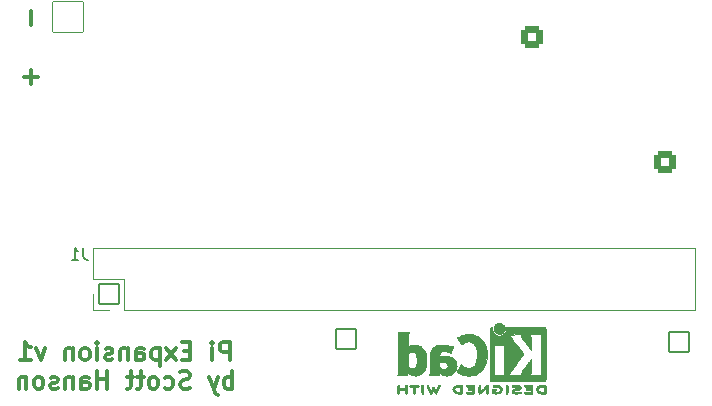
<source format=gbr>
%TF.GenerationSoftware,KiCad,Pcbnew,(6.0.7)*%
%TF.CreationDate,2022-09-08T00:59:07-04:00*%
%TF.ProjectId,Pi_Adapter,50695f41-6461-4707-9465-722e6b696361,v1*%
%TF.SameCoordinates,Original*%
%TF.FileFunction,Legend,Bot*%
%TF.FilePolarity,Positive*%
%FSLAX46Y46*%
G04 Gerber Fmt 4.6, Leading zero omitted, Abs format (unit mm)*
G04 Created by KiCad (PCBNEW (6.0.7)) date 2022-09-08 00:59:07*
%MOMM*%
%LPD*%
G01*
G04 APERTURE LIST*
G04 Aperture macros list*
%AMRoundRect*
0 Rectangle with rounded corners*
0 $1 Rounding radius*
0 $2 $3 $4 $5 $6 $7 $8 $9 X,Y pos of 4 corners*
0 Add a 4 corners polygon primitive as box body*
4,1,4,$2,$3,$4,$5,$6,$7,$8,$9,$2,$3,0*
0 Add four circle primitives for the rounded corners*
1,1,$1+$1,$2,$3*
1,1,$1+$1,$4,$5*
1,1,$1+$1,$6,$7*
1,1,$1+$1,$8,$9*
0 Add four rect primitives between the rounded corners*
20,1,$1+$1,$2,$3,$4,$5,0*
20,1,$1+$1,$4,$5,$6,$7,0*
20,1,$1+$1,$6,$7,$8,$9,0*
20,1,$1+$1,$8,$9,$2,$3,0*%
G04 Aperture macros list end*
%ADD10C,0.300000*%
%ADD11C,0.150000*%
%ADD12C,0.010000*%
%ADD13C,0.120000*%
%ADD14C,3.100000*%
%ADD15RoundRect,0.050000X-1.300000X1.300000X-1.300000X-1.300000X1.300000X-1.300000X1.300000X1.300000X0*%
%ADD16C,2.700000*%
%ADD17RoundRect,0.050000X-0.850000X0.850000X-0.850000X-0.850000X0.850000X-0.850000X0.850000X0.850000X0*%
%ADD18O,1.800000X1.800000*%
%ADD19RoundRect,0.300000X-0.600000X0.600000X-0.600000X-0.600000X0.600000X-0.600000X0.600000X0.600000X0*%
%ADD20C,1.800000*%
G04 APERTURE END LIST*
D10*
X97121428Y-71171071D02*
X97121428Y-69671071D01*
X96550000Y-69671071D01*
X96407142Y-69742500D01*
X96335714Y-69813928D01*
X96264285Y-69956785D01*
X96264285Y-70171071D01*
X96335714Y-70313928D01*
X96407142Y-70385357D01*
X96550000Y-70456785D01*
X97121428Y-70456785D01*
X95621428Y-71171071D02*
X95621428Y-70171071D01*
X95621428Y-69671071D02*
X95692857Y-69742500D01*
X95621428Y-69813928D01*
X95550000Y-69742500D01*
X95621428Y-69671071D01*
X95621428Y-69813928D01*
X93764285Y-70385357D02*
X93264285Y-70385357D01*
X93050000Y-71171071D02*
X93764285Y-71171071D01*
X93764285Y-69671071D01*
X93050000Y-69671071D01*
X92550000Y-71171071D02*
X91764285Y-70171071D01*
X92550000Y-70171071D02*
X91764285Y-71171071D01*
X91192857Y-70171071D02*
X91192857Y-71671071D01*
X91192857Y-70242500D02*
X91050000Y-70171071D01*
X90764285Y-70171071D01*
X90621428Y-70242500D01*
X90550000Y-70313928D01*
X90478571Y-70456785D01*
X90478571Y-70885357D01*
X90550000Y-71028214D01*
X90621428Y-71099642D01*
X90764285Y-71171071D01*
X91050000Y-71171071D01*
X91192857Y-71099642D01*
X89192857Y-71171071D02*
X89192857Y-70385357D01*
X89264285Y-70242500D01*
X89407142Y-70171071D01*
X89692857Y-70171071D01*
X89835714Y-70242500D01*
X89192857Y-71099642D02*
X89335714Y-71171071D01*
X89692857Y-71171071D01*
X89835714Y-71099642D01*
X89907142Y-70956785D01*
X89907142Y-70813928D01*
X89835714Y-70671071D01*
X89692857Y-70599642D01*
X89335714Y-70599642D01*
X89192857Y-70528214D01*
X88478571Y-70171071D02*
X88478571Y-71171071D01*
X88478571Y-70313928D02*
X88407142Y-70242500D01*
X88264285Y-70171071D01*
X88050000Y-70171071D01*
X87907142Y-70242500D01*
X87835714Y-70385357D01*
X87835714Y-71171071D01*
X87192857Y-71099642D02*
X87050000Y-71171071D01*
X86764285Y-71171071D01*
X86621428Y-71099642D01*
X86550000Y-70956785D01*
X86550000Y-70885357D01*
X86621428Y-70742500D01*
X86764285Y-70671071D01*
X86978571Y-70671071D01*
X87121428Y-70599642D01*
X87192857Y-70456785D01*
X87192857Y-70385357D01*
X87121428Y-70242500D01*
X86978571Y-70171071D01*
X86764285Y-70171071D01*
X86621428Y-70242500D01*
X85907142Y-71171071D02*
X85907142Y-70171071D01*
X85907142Y-69671071D02*
X85978571Y-69742500D01*
X85907142Y-69813928D01*
X85835714Y-69742500D01*
X85907142Y-69671071D01*
X85907142Y-69813928D01*
X84978571Y-71171071D02*
X85121428Y-71099642D01*
X85192857Y-71028214D01*
X85264285Y-70885357D01*
X85264285Y-70456785D01*
X85192857Y-70313928D01*
X85121428Y-70242500D01*
X84978571Y-70171071D01*
X84764285Y-70171071D01*
X84621428Y-70242500D01*
X84550000Y-70313928D01*
X84478571Y-70456785D01*
X84478571Y-70885357D01*
X84550000Y-71028214D01*
X84621428Y-71099642D01*
X84764285Y-71171071D01*
X84978571Y-71171071D01*
X83835714Y-70171071D02*
X83835714Y-71171071D01*
X83835714Y-70313928D02*
X83764285Y-70242500D01*
X83621428Y-70171071D01*
X83407142Y-70171071D01*
X83264285Y-70242500D01*
X83192857Y-70385357D01*
X83192857Y-71171071D01*
X81478571Y-70171071D02*
X81121428Y-71171071D01*
X80764285Y-70171071D01*
X79407142Y-71171071D02*
X80264285Y-71171071D01*
X79835714Y-71171071D02*
X79835714Y-69671071D01*
X79978571Y-69885357D01*
X80121428Y-70028214D01*
X80264285Y-70099642D01*
X97335714Y-73586071D02*
X97335714Y-72086071D01*
X97335714Y-72657500D02*
X97192857Y-72586071D01*
X96907142Y-72586071D01*
X96764285Y-72657500D01*
X96692857Y-72728928D01*
X96621428Y-72871785D01*
X96621428Y-73300357D01*
X96692857Y-73443214D01*
X96764285Y-73514642D01*
X96907142Y-73586071D01*
X97192857Y-73586071D01*
X97335714Y-73514642D01*
X96121428Y-72586071D02*
X95764285Y-73586071D01*
X95407142Y-72586071D02*
X95764285Y-73586071D01*
X95907142Y-73943214D01*
X95978571Y-74014642D01*
X96121428Y-74086071D01*
X93764285Y-73514642D02*
X93550000Y-73586071D01*
X93192857Y-73586071D01*
X93050000Y-73514642D01*
X92978571Y-73443214D01*
X92907142Y-73300357D01*
X92907142Y-73157500D01*
X92978571Y-73014642D01*
X93050000Y-72943214D01*
X93192857Y-72871785D01*
X93478571Y-72800357D01*
X93621428Y-72728928D01*
X93692857Y-72657500D01*
X93764285Y-72514642D01*
X93764285Y-72371785D01*
X93692857Y-72228928D01*
X93621428Y-72157500D01*
X93478571Y-72086071D01*
X93121428Y-72086071D01*
X92907142Y-72157500D01*
X91621428Y-73514642D02*
X91764285Y-73586071D01*
X92050000Y-73586071D01*
X92192857Y-73514642D01*
X92264285Y-73443214D01*
X92335714Y-73300357D01*
X92335714Y-72871785D01*
X92264285Y-72728928D01*
X92192857Y-72657500D01*
X92050000Y-72586071D01*
X91764285Y-72586071D01*
X91621428Y-72657500D01*
X90764285Y-73586071D02*
X90907142Y-73514642D01*
X90978571Y-73443214D01*
X91050000Y-73300357D01*
X91050000Y-72871785D01*
X90978571Y-72728928D01*
X90907142Y-72657500D01*
X90764285Y-72586071D01*
X90550000Y-72586071D01*
X90407142Y-72657500D01*
X90335714Y-72728928D01*
X90264285Y-72871785D01*
X90264285Y-73300357D01*
X90335714Y-73443214D01*
X90407142Y-73514642D01*
X90550000Y-73586071D01*
X90764285Y-73586071D01*
X89835714Y-72586071D02*
X89264285Y-72586071D01*
X89621428Y-72086071D02*
X89621428Y-73371785D01*
X89550000Y-73514642D01*
X89407142Y-73586071D01*
X89264285Y-73586071D01*
X88978571Y-72586071D02*
X88407142Y-72586071D01*
X88764285Y-72086071D02*
X88764285Y-73371785D01*
X88692857Y-73514642D01*
X88550000Y-73586071D01*
X88407142Y-73586071D01*
X86764285Y-73586071D02*
X86764285Y-72086071D01*
X86764285Y-72800357D02*
X85907142Y-72800357D01*
X85907142Y-73586071D02*
X85907142Y-72086071D01*
X84550000Y-73586071D02*
X84550000Y-72800357D01*
X84621428Y-72657500D01*
X84764285Y-72586071D01*
X85050000Y-72586071D01*
X85192857Y-72657500D01*
X84550000Y-73514642D02*
X84692857Y-73586071D01*
X85050000Y-73586071D01*
X85192857Y-73514642D01*
X85264285Y-73371785D01*
X85264285Y-73228928D01*
X85192857Y-73086071D01*
X85050000Y-73014642D01*
X84692857Y-73014642D01*
X84550000Y-72943214D01*
X83835714Y-72586071D02*
X83835714Y-73586071D01*
X83835714Y-72728928D02*
X83764285Y-72657500D01*
X83621428Y-72586071D01*
X83407142Y-72586071D01*
X83264285Y-72657500D01*
X83192857Y-72800357D01*
X83192857Y-73586071D01*
X82550000Y-73514642D02*
X82407142Y-73586071D01*
X82121428Y-73586071D01*
X81978571Y-73514642D01*
X81907142Y-73371785D01*
X81907142Y-73300357D01*
X81978571Y-73157500D01*
X82121428Y-73086071D01*
X82335714Y-73086071D01*
X82478571Y-73014642D01*
X82550000Y-72871785D01*
X82550000Y-72800357D01*
X82478571Y-72657500D01*
X82335714Y-72586071D01*
X82121428Y-72586071D01*
X81978571Y-72657500D01*
X81050000Y-73586071D02*
X81192857Y-73514642D01*
X81264285Y-73443214D01*
X81335714Y-73300357D01*
X81335714Y-72871785D01*
X81264285Y-72728928D01*
X81192857Y-72657500D01*
X81050000Y-72586071D01*
X80835714Y-72586071D01*
X80692857Y-72657500D01*
X80621428Y-72728928D01*
X80550000Y-72871785D01*
X80550000Y-73300357D01*
X80621428Y-73443214D01*
X80692857Y-73514642D01*
X80835714Y-73586071D01*
X81050000Y-73586071D01*
X79907142Y-72586071D02*
X79907142Y-73586071D01*
X79907142Y-72728928D02*
X79835714Y-72657500D01*
X79692857Y-72586071D01*
X79478571Y-72586071D01*
X79335714Y-72657500D01*
X79264285Y-72800357D01*
X79264285Y-73586071D01*
X79728571Y-47207142D02*
X80871428Y-47207142D01*
X80300000Y-47778571D02*
X80300000Y-46635714D01*
X80292857Y-41628571D02*
X80292857Y-42771428D01*
D11*
%TO.C,J1*%
X84733333Y-61652380D02*
X84733333Y-62366666D01*
X84780952Y-62509523D01*
X84876190Y-62604761D01*
X85019047Y-62652380D01*
X85114285Y-62652380D01*
X83733333Y-62652380D02*
X84304761Y-62652380D01*
X84019047Y-62652380D02*
X84019047Y-61652380D01*
X84114285Y-61795238D01*
X84209523Y-61890476D01*
X84304761Y-61938095D01*
%TO.C,REF\u002A\u002A*%
G36*
X112079734Y-73291645D02*
G01*
X112085366Y-73297835D01*
X112090456Y-73306041D01*
X112094543Y-73317817D01*
X112097721Y-73335276D01*
X112100087Y-73360530D01*
X112101738Y-73395690D01*
X112102769Y-73442869D01*
X112103277Y-73504177D01*
X112103359Y-73581727D01*
X112103109Y-73677631D01*
X112102625Y-73794000D01*
X112102557Y-73808175D01*
X112101971Y-73869937D01*
X112100648Y-73913620D01*
X112098103Y-73943001D01*
X112093848Y-73961855D01*
X112087396Y-73973959D01*
X112078262Y-73983089D01*
X112044804Y-74000506D01*
X112009856Y-73997604D01*
X111978953Y-73973100D01*
X111969944Y-73959897D01*
X111962492Y-73941361D01*
X111958124Y-73915333D01*
X111956069Y-73876787D01*
X111955556Y-73820700D01*
X111955556Y-73698045D01*
X111458845Y-73698045D01*
X111458845Y-73832871D01*
X111458772Y-73868662D01*
X111458009Y-73914992D01*
X111455833Y-73945526D01*
X111451536Y-73964557D01*
X111444412Y-73976374D01*
X111433755Y-73985271D01*
X111401504Y-74000341D01*
X111366217Y-73997673D01*
X111335486Y-73973100D01*
X111330831Y-73966845D01*
X111324895Y-73956321D01*
X111320364Y-73942391D01*
X111317048Y-73922317D01*
X111314759Y-73893360D01*
X111313308Y-73852780D01*
X111312505Y-73797840D01*
X111312162Y-73725799D01*
X111312089Y-73633920D01*
X111312089Y-73324485D01*
X111339798Y-73296776D01*
X111371177Y-73274533D01*
X111404406Y-73271844D01*
X111436267Y-73291645D01*
X111444553Y-73301415D01*
X111451965Y-73317307D01*
X111456302Y-73341275D01*
X111458338Y-73378148D01*
X111458845Y-73432756D01*
X111458845Y-73551289D01*
X111955556Y-73551289D01*
X111955556Y-73435776D01*
X111955994Y-73384078D01*
X111957958Y-73349554D01*
X111962474Y-73326978D01*
X111970567Y-73311126D01*
X111983265Y-73296776D01*
X112014643Y-73274533D01*
X112047872Y-73271844D01*
X112079734Y-73291645D01*
G37*
D12*
X112079734Y-73291645D02*
X112085366Y-73297835D01*
X112090456Y-73306041D01*
X112094543Y-73317817D01*
X112097721Y-73335276D01*
X112100087Y-73360530D01*
X112101738Y-73395690D01*
X112102769Y-73442869D01*
X112103277Y-73504177D01*
X112103359Y-73581727D01*
X112103109Y-73677631D01*
X112102625Y-73794000D01*
X112102557Y-73808175D01*
X112101971Y-73869937D01*
X112100648Y-73913620D01*
X112098103Y-73943001D01*
X112093848Y-73961855D01*
X112087396Y-73973959D01*
X112078262Y-73983089D01*
X112044804Y-74000506D01*
X112009856Y-73997604D01*
X111978953Y-73973100D01*
X111969944Y-73959897D01*
X111962492Y-73941361D01*
X111958124Y-73915333D01*
X111956069Y-73876787D01*
X111955556Y-73820700D01*
X111955556Y-73698045D01*
X111458845Y-73698045D01*
X111458845Y-73832871D01*
X111458772Y-73868662D01*
X111458009Y-73914992D01*
X111455833Y-73945526D01*
X111451536Y-73964557D01*
X111444412Y-73976374D01*
X111433755Y-73985271D01*
X111401504Y-74000341D01*
X111366217Y-73997673D01*
X111335486Y-73973100D01*
X111330831Y-73966845D01*
X111324895Y-73956321D01*
X111320364Y-73942391D01*
X111317048Y-73922317D01*
X111314759Y-73893360D01*
X111313308Y-73852780D01*
X111312505Y-73797840D01*
X111312162Y-73725799D01*
X111312089Y-73633920D01*
X111312089Y-73324485D01*
X111339798Y-73296776D01*
X111371177Y-73274533D01*
X111404406Y-73271844D01*
X111436267Y-73291645D01*
X111444553Y-73301415D01*
X111451965Y-73317307D01*
X111456302Y-73341275D01*
X111458338Y-73378148D01*
X111458845Y-73432756D01*
X111458845Y-73551289D01*
X111955556Y-73551289D01*
X111955556Y-73435776D01*
X111955994Y-73384078D01*
X111957958Y-73349554D01*
X111962474Y-73326978D01*
X111970567Y-73311126D01*
X111983265Y-73296776D01*
X112014643Y-73274533D01*
X112047872Y-73271844D01*
X112079734Y-73291645D01*
G36*
X112755767Y-73269068D02*
G01*
X112849890Y-73269158D01*
X112924405Y-73269498D01*
X112981811Y-73270239D01*
X113024611Y-73271535D01*
X113055304Y-73273537D01*
X113076391Y-73276396D01*
X113090373Y-73280266D01*
X113099750Y-73285298D01*
X113107022Y-73291645D01*
X113125828Y-73324362D01*
X113127275Y-73361939D01*
X113110917Y-73395178D01*
X113109557Y-73396631D01*
X113098354Y-73404992D01*
X113081252Y-73410547D01*
X113054082Y-73413840D01*
X113012678Y-73415418D01*
X112952873Y-73415822D01*
X112813511Y-73415822D01*
X112813511Y-73679589D01*
X112813436Y-73755417D01*
X112813028Y-73822083D01*
X112812046Y-73871867D01*
X112810250Y-73907784D01*
X112807399Y-73932850D01*
X112803253Y-73950081D01*
X112797571Y-73962492D01*
X112790114Y-73973100D01*
X112787824Y-73975906D01*
X112756646Y-73998548D01*
X112722266Y-74000112D01*
X112689334Y-73980267D01*
X112682355Y-73972191D01*
X112676883Y-73961593D01*
X112672863Y-73945749D01*
X112670072Y-73921773D01*
X112668288Y-73886774D01*
X112667289Y-73837864D01*
X112666852Y-73772154D01*
X112666756Y-73686756D01*
X112666756Y-73415822D01*
X112520820Y-73415822D01*
X112509720Y-73415821D01*
X112453202Y-73415596D01*
X112414358Y-73414457D01*
X112388965Y-73411657D01*
X112372804Y-73406450D01*
X112361652Y-73398089D01*
X112351289Y-73385826D01*
X112335441Y-73355138D01*
X112338543Y-73321358D01*
X112364187Y-73288822D01*
X112369129Y-73285105D01*
X112379338Y-73280269D01*
X112394764Y-73276506D01*
X112417886Y-73273683D01*
X112451183Y-73271670D01*
X112497137Y-73270333D01*
X112558228Y-73269542D01*
X112636935Y-73269163D01*
X112735740Y-73269067D01*
X112755767Y-73269068D01*
G37*
X112755767Y-73269068D02*
X112849890Y-73269158D01*
X112924405Y-73269498D01*
X112981811Y-73270239D01*
X113024611Y-73271535D01*
X113055304Y-73273537D01*
X113076391Y-73276396D01*
X113090373Y-73280266D01*
X113099750Y-73285298D01*
X113107022Y-73291645D01*
X113125828Y-73324362D01*
X113127275Y-73361939D01*
X113110917Y-73395178D01*
X113109557Y-73396631D01*
X113098354Y-73404992D01*
X113081252Y-73410547D01*
X113054082Y-73413840D01*
X113012678Y-73415418D01*
X112952873Y-73415822D01*
X112813511Y-73415822D01*
X112813511Y-73679589D01*
X112813436Y-73755417D01*
X112813028Y-73822083D01*
X112812046Y-73871867D01*
X112810250Y-73907784D01*
X112807399Y-73932850D01*
X112803253Y-73950081D01*
X112797571Y-73962492D01*
X112790114Y-73973100D01*
X112787824Y-73975906D01*
X112756646Y-73998548D01*
X112722266Y-74000112D01*
X112689334Y-73980267D01*
X112682355Y-73972191D01*
X112676883Y-73961593D01*
X112672863Y-73945749D01*
X112670072Y-73921773D01*
X112668288Y-73886774D01*
X112667289Y-73837864D01*
X112666852Y-73772154D01*
X112666756Y-73686756D01*
X112666756Y-73415822D01*
X112520820Y-73415822D01*
X112509720Y-73415821D01*
X112453202Y-73415596D01*
X112414358Y-73414457D01*
X112388965Y-73411657D01*
X112372804Y-73406450D01*
X112361652Y-73398089D01*
X112351289Y-73385826D01*
X112335441Y-73355138D01*
X112338543Y-73321358D01*
X112364187Y-73288822D01*
X112369129Y-73285105D01*
X112379338Y-73280269D01*
X112394764Y-73276506D01*
X112417886Y-73273683D01*
X112451183Y-73271670D01*
X112497137Y-73270333D01*
X112558228Y-73269542D01*
X112636935Y-73269163D01*
X112735740Y-73269067D01*
X112755767Y-73269068D01*
G36*
X113455406Y-73274949D02*
G01*
X113481127Y-73290647D01*
X113507778Y-73312227D01*
X113507778Y-73959684D01*
X113481127Y-73981264D01*
X113449767Y-73998739D01*
X113413966Y-73999575D01*
X113382528Y-73979082D01*
X113378652Y-73974416D01*
X113373186Y-73964949D01*
X113368979Y-73951267D01*
X113365867Y-73930748D01*
X113363687Y-73900768D01*
X113362276Y-73858704D01*
X113361471Y-73801932D01*
X113361107Y-73727830D01*
X113361022Y-73633773D01*
X113361022Y-73312227D01*
X113387673Y-73290647D01*
X113411386Y-73275877D01*
X113434400Y-73269067D01*
X113455406Y-73274949D01*
G37*
X113455406Y-73274949D02*
X113481127Y-73290647D01*
X113507778Y-73312227D01*
X113507778Y-73959684D01*
X113481127Y-73981264D01*
X113449767Y-73998739D01*
X113413966Y-73999575D01*
X113382528Y-73979082D01*
X113378652Y-73974416D01*
X113373186Y-73964949D01*
X113368979Y-73951267D01*
X113365867Y-73930748D01*
X113363687Y-73900768D01*
X113362276Y-73858704D01*
X113361471Y-73801932D01*
X113361107Y-73727830D01*
X113361022Y-73633773D01*
X113361022Y-73312227D01*
X113387673Y-73290647D01*
X113411386Y-73275877D01*
X113434400Y-73269067D01*
X113455406Y-73274949D01*
G36*
X113889702Y-73278478D02*
G01*
X113907663Y-73296989D01*
X113928263Y-73328071D01*
X113953095Y-73373756D01*
X113983750Y-73436078D01*
X114021820Y-73517071D01*
X114036454Y-73548454D01*
X114066203Y-73611638D01*
X114092297Y-73666244D01*
X114113292Y-73709290D01*
X114127739Y-73737793D01*
X114134191Y-73748770D01*
X114135550Y-73748189D01*
X114145542Y-73734242D01*
X114162833Y-73704704D01*
X114185430Y-73663087D01*
X114211338Y-73612903D01*
X114227311Y-73581414D01*
X114256261Y-73526061D01*
X114278749Y-73487044D01*
X114296965Y-73461566D01*
X114313096Y-73446831D01*
X114329330Y-73440042D01*
X114347857Y-73438400D01*
X114358360Y-73438875D01*
X114374476Y-73443082D01*
X114389790Y-73453946D01*
X114406388Y-73474219D01*
X114426357Y-73506654D01*
X114451783Y-73554004D01*
X114484752Y-73619022D01*
X114494485Y-73638277D01*
X114518943Y-73684946D01*
X114539178Y-73721109D01*
X114553311Y-73743497D01*
X114559460Y-73748845D01*
X114560827Y-73745573D01*
X114570202Y-73724664D01*
X114587062Y-73687725D01*
X114609979Y-73637874D01*
X114637520Y-73578226D01*
X114668255Y-73511898D01*
X114694970Y-73454677D01*
X114724593Y-73392688D01*
X114747664Y-73346949D01*
X114765643Y-73314908D01*
X114779990Y-73294014D01*
X114792166Y-73281718D01*
X114803632Y-73275466D01*
X114813042Y-73272574D01*
X114838147Y-73272425D01*
X114865290Y-73287768D01*
X114866590Y-73288753D01*
X114888674Y-73311388D01*
X114899723Y-73333613D01*
X114899769Y-73334253D01*
X114895228Y-73351915D01*
X114882364Y-73386481D01*
X114862605Y-73434826D01*
X114837381Y-73493825D01*
X114808119Y-73560355D01*
X114776250Y-73631291D01*
X114743201Y-73703507D01*
X114710401Y-73773880D01*
X114679280Y-73839285D01*
X114651265Y-73896597D01*
X114627786Y-73942692D01*
X114610272Y-73974446D01*
X114600151Y-73988733D01*
X114565743Y-74002102D01*
X114524046Y-73995741D01*
X114518681Y-73991044D01*
X114502852Y-73968893D01*
X114480650Y-73932132D01*
X114454233Y-73884415D01*
X114425760Y-73829393D01*
X114345986Y-73670150D01*
X114272799Y-73816742D01*
X114263103Y-73836032D01*
X114236125Y-73888380D01*
X114212096Y-73933170D01*
X114193332Y-73966154D01*
X114182146Y-73983089D01*
X114181000Y-73984332D01*
X114152879Y-73999619D01*
X114117817Y-74001302D01*
X114086776Y-73988733D01*
X114084350Y-73985884D01*
X114072090Y-73965259D01*
X114052352Y-73927708D01*
X114026448Y-73875880D01*
X113995685Y-73812423D01*
X113961375Y-73739985D01*
X113924825Y-73661216D01*
X113904585Y-73617093D01*
X113867812Y-73536365D01*
X113839355Y-73472687D01*
X113818331Y-73423752D01*
X113803854Y-73387257D01*
X113795039Y-73360895D01*
X113791004Y-73342361D01*
X113790862Y-73329352D01*
X113793730Y-73319561D01*
X113808387Y-73298678D01*
X113834990Y-73278377D01*
X113835745Y-73278035D01*
X113855335Y-73271034D01*
X113872790Y-73270504D01*
X113889702Y-73278478D01*
G37*
X113889702Y-73278478D02*
X113907663Y-73296989D01*
X113928263Y-73328071D01*
X113953095Y-73373756D01*
X113983750Y-73436078D01*
X114021820Y-73517071D01*
X114036454Y-73548454D01*
X114066203Y-73611638D01*
X114092297Y-73666244D01*
X114113292Y-73709290D01*
X114127739Y-73737793D01*
X114134191Y-73748770D01*
X114135550Y-73748189D01*
X114145542Y-73734242D01*
X114162833Y-73704704D01*
X114185430Y-73663087D01*
X114211338Y-73612903D01*
X114227311Y-73581414D01*
X114256261Y-73526061D01*
X114278749Y-73487044D01*
X114296965Y-73461566D01*
X114313096Y-73446831D01*
X114329330Y-73440042D01*
X114347857Y-73438400D01*
X114358360Y-73438875D01*
X114374476Y-73443082D01*
X114389790Y-73453946D01*
X114406388Y-73474219D01*
X114426357Y-73506654D01*
X114451783Y-73554004D01*
X114484752Y-73619022D01*
X114494485Y-73638277D01*
X114518943Y-73684946D01*
X114539178Y-73721109D01*
X114553311Y-73743497D01*
X114559460Y-73748845D01*
X114560827Y-73745573D01*
X114570202Y-73724664D01*
X114587062Y-73687725D01*
X114609979Y-73637874D01*
X114637520Y-73578226D01*
X114668255Y-73511898D01*
X114694970Y-73454677D01*
X114724593Y-73392688D01*
X114747664Y-73346949D01*
X114765643Y-73314908D01*
X114779990Y-73294014D01*
X114792166Y-73281718D01*
X114803632Y-73275466D01*
X114813042Y-73272574D01*
X114838147Y-73272425D01*
X114865290Y-73287768D01*
X114866590Y-73288753D01*
X114888674Y-73311388D01*
X114899723Y-73333613D01*
X114899769Y-73334253D01*
X114895228Y-73351915D01*
X114882364Y-73386481D01*
X114862605Y-73434826D01*
X114837381Y-73493825D01*
X114808119Y-73560355D01*
X114776250Y-73631291D01*
X114743201Y-73703507D01*
X114710401Y-73773880D01*
X114679280Y-73839285D01*
X114651265Y-73896597D01*
X114627786Y-73942692D01*
X114610272Y-73974446D01*
X114600151Y-73988733D01*
X114565743Y-74002102D01*
X114524046Y-73995741D01*
X114518681Y-73991044D01*
X114502852Y-73968893D01*
X114480650Y-73932132D01*
X114454233Y-73884415D01*
X114425760Y-73829393D01*
X114345986Y-73670150D01*
X114272799Y-73816742D01*
X114263103Y-73836032D01*
X114236125Y-73888380D01*
X114212096Y-73933170D01*
X114193332Y-73966154D01*
X114182146Y-73983089D01*
X114181000Y-73984332D01*
X114152879Y-73999619D01*
X114117817Y-74001302D01*
X114086776Y-73988733D01*
X114084350Y-73985884D01*
X114072090Y-73965259D01*
X114052352Y-73927708D01*
X114026448Y-73875880D01*
X113995685Y-73812423D01*
X113961375Y-73739985D01*
X113924825Y-73661216D01*
X113904585Y-73617093D01*
X113867812Y-73536365D01*
X113839355Y-73472687D01*
X113818331Y-73423752D01*
X113803854Y-73387257D01*
X113795039Y-73360895D01*
X113791004Y-73342361D01*
X113790862Y-73329352D01*
X113793730Y-73319561D01*
X113808387Y-73298678D01*
X113834990Y-73278377D01*
X113835745Y-73278035D01*
X113855335Y-73271034D01*
X113872790Y-73270504D01*
X113889702Y-73278478D01*
G36*
X116783163Y-73913175D02*
G01*
X116780235Y-73936095D01*
X116776158Y-73951897D01*
X116770743Y-73963319D01*
X116763803Y-73973100D01*
X116740406Y-74002845D01*
X116574714Y-74002251D01*
X116539918Y-74001953D01*
X116441435Y-73998522D01*
X116360473Y-73990839D01*
X116293379Y-73978282D01*
X116236496Y-73960227D01*
X116186169Y-73936052D01*
X116182810Y-73934135D01*
X116124998Y-73897417D01*
X116082644Y-73860451D01*
X116049828Y-73816966D01*
X116020628Y-73760689D01*
X116016346Y-73751073D01*
X115993769Y-73687887D01*
X115988034Y-73642333D01*
X116137279Y-73642333D01*
X116142892Y-73667061D01*
X116148618Y-73682939D01*
X116181548Y-73742847D01*
X116228886Y-73788600D01*
X116292652Y-73821736D01*
X116374861Y-73843790D01*
X116377655Y-73844292D01*
X116423940Y-73850255D01*
X116480336Y-73854483D01*
X116535274Y-73856089D01*
X116629156Y-73856089D01*
X116629156Y-73415822D01*
X116541667Y-73416270D01*
X116474747Y-73418746D01*
X116382349Y-73429998D01*
X116303034Y-73449537D01*
X116241060Y-73476511D01*
X116210120Y-73497240D01*
X116182000Y-73527006D01*
X116158660Y-73569434D01*
X116151533Y-73585400D01*
X116139709Y-73617902D01*
X116137279Y-73642333D01*
X115988034Y-73642333D01*
X115986797Y-73632509D01*
X115995399Y-73577483D01*
X116019541Y-73515351D01*
X116020337Y-73513658D01*
X116060788Y-73444236D01*
X116111473Y-73387638D01*
X116174198Y-73343070D01*
X116250774Y-73309741D01*
X116343009Y-73286861D01*
X116452712Y-73273636D01*
X116581691Y-73269275D01*
X116585263Y-73269270D01*
X116645283Y-73269410D01*
X116687214Y-73270446D01*
X116715328Y-73273040D01*
X116733897Y-73277853D01*
X116747194Y-73285544D01*
X116759491Y-73296776D01*
X116787200Y-73324485D01*
X116787200Y-73633920D01*
X116787175Y-73695526D01*
X116786950Y-73774311D01*
X116786332Y-73835021D01*
X116785775Y-73856089D01*
X116785133Y-73880396D01*
X116783163Y-73913175D01*
G37*
X116783163Y-73913175D02*
X116780235Y-73936095D01*
X116776158Y-73951897D01*
X116770743Y-73963319D01*
X116763803Y-73973100D01*
X116740406Y-74002845D01*
X116574714Y-74002251D01*
X116539918Y-74001953D01*
X116441435Y-73998522D01*
X116360473Y-73990839D01*
X116293379Y-73978282D01*
X116236496Y-73960227D01*
X116186169Y-73936052D01*
X116182810Y-73934135D01*
X116124998Y-73897417D01*
X116082644Y-73860451D01*
X116049828Y-73816966D01*
X116020628Y-73760689D01*
X116016346Y-73751073D01*
X115993769Y-73687887D01*
X115988034Y-73642333D01*
X116137279Y-73642333D01*
X116142892Y-73667061D01*
X116148618Y-73682939D01*
X116181548Y-73742847D01*
X116228886Y-73788600D01*
X116292652Y-73821736D01*
X116374861Y-73843790D01*
X116377655Y-73844292D01*
X116423940Y-73850255D01*
X116480336Y-73854483D01*
X116535274Y-73856089D01*
X116629156Y-73856089D01*
X116629156Y-73415822D01*
X116541667Y-73416270D01*
X116474747Y-73418746D01*
X116382349Y-73429998D01*
X116303034Y-73449537D01*
X116241060Y-73476511D01*
X116210120Y-73497240D01*
X116182000Y-73527006D01*
X116158660Y-73569434D01*
X116151533Y-73585400D01*
X116139709Y-73617902D01*
X116137279Y-73642333D01*
X115988034Y-73642333D01*
X115986797Y-73632509D01*
X115995399Y-73577483D01*
X116019541Y-73515351D01*
X116020337Y-73513658D01*
X116060788Y-73444236D01*
X116111473Y-73387638D01*
X116174198Y-73343070D01*
X116250774Y-73309741D01*
X116343009Y-73286861D01*
X116452712Y-73273636D01*
X116581691Y-73269275D01*
X116585263Y-73269270D01*
X116645283Y-73269410D01*
X116687214Y-73270446D01*
X116715328Y-73273040D01*
X116733897Y-73277853D01*
X116747194Y-73285544D01*
X116759491Y-73296776D01*
X116787200Y-73324485D01*
X116787200Y-73633920D01*
X116787175Y-73695526D01*
X116786950Y-73774311D01*
X116786332Y-73835021D01*
X116785775Y-73856089D01*
X116785133Y-73880396D01*
X116783163Y-73913175D01*
G36*
X117779803Y-73298811D02*
G01*
X117784752Y-73305495D01*
X117790596Y-73316066D01*
X117795057Y-73330153D01*
X117798321Y-73350478D01*
X117800574Y-73379765D01*
X117802002Y-73420737D01*
X117802792Y-73476117D01*
X117803129Y-73548628D01*
X117803200Y-73640994D01*
X117803171Y-73706911D01*
X117802939Y-73785228D01*
X117802319Y-73845496D01*
X117801126Y-73890393D01*
X117799179Y-73922602D01*
X117796294Y-73944800D01*
X117792288Y-73959669D01*
X117786979Y-73969889D01*
X117780183Y-73978138D01*
X117775668Y-73982795D01*
X117767438Y-73989282D01*
X117756078Y-73994194D01*
X117738810Y-73997749D01*
X117712855Y-74000167D01*
X117675436Y-74001667D01*
X117623773Y-74002467D01*
X117555089Y-74002787D01*
X117466606Y-74002845D01*
X117446931Y-74002838D01*
X117359906Y-74002572D01*
X117292254Y-74001806D01*
X117241299Y-74000392D01*
X117204367Y-73998180D01*
X117178783Y-73995022D01*
X117161871Y-73990769D01*
X117150957Y-73985271D01*
X117140464Y-73975285D01*
X117127203Y-73944168D01*
X117128386Y-73908280D01*
X117144550Y-73876733D01*
X117146739Y-73874457D01*
X117155427Y-73868189D01*
X117168769Y-73863523D01*
X117189752Y-73860227D01*
X117221363Y-73858068D01*
X117266590Y-73856814D01*
X117328420Y-73856231D01*
X117409839Y-73856089D01*
X117656445Y-73856089D01*
X117656445Y-73698045D01*
X117494006Y-73698045D01*
X117458338Y-73697964D01*
X117402568Y-73697167D01*
X117363430Y-73695162D01*
X117336976Y-73691521D01*
X117319259Y-73685812D01*
X117306329Y-73677607D01*
X117302686Y-73674423D01*
X117284278Y-73643448D01*
X117283644Y-73607112D01*
X117301183Y-73573493D01*
X117301245Y-73573424D01*
X117310916Y-73564798D01*
X117324209Y-73558742D01*
X117344917Y-73554811D01*
X117376828Y-73552556D01*
X117423734Y-73551531D01*
X117489424Y-73551289D01*
X117657571Y-73551289D01*
X117654186Y-73486378D01*
X117650800Y-73421467D01*
X117408723Y-73418414D01*
X117383707Y-73418086D01*
X117302087Y-73416606D01*
X117239768Y-73414222D01*
X117194154Y-73410227D01*
X117162652Y-73403913D01*
X117142667Y-73394574D01*
X117131604Y-73381503D01*
X117126869Y-73363992D01*
X117125867Y-73341335D01*
X117125873Y-73338970D01*
X117127027Y-73318939D01*
X117131824Y-73303146D01*
X117142632Y-73291090D01*
X117161817Y-73282267D01*
X117191745Y-73276175D01*
X117234783Y-73272311D01*
X117293299Y-73270174D01*
X117369657Y-73269260D01*
X117466226Y-73269067D01*
X117756406Y-73269067D01*
X117779803Y-73298811D01*
G37*
X117779803Y-73298811D02*
X117784752Y-73305495D01*
X117790596Y-73316066D01*
X117795057Y-73330153D01*
X117798321Y-73350478D01*
X117800574Y-73379765D01*
X117802002Y-73420737D01*
X117802792Y-73476117D01*
X117803129Y-73548628D01*
X117803200Y-73640994D01*
X117803171Y-73706911D01*
X117802939Y-73785228D01*
X117802319Y-73845496D01*
X117801126Y-73890393D01*
X117799179Y-73922602D01*
X117796294Y-73944800D01*
X117792288Y-73959669D01*
X117786979Y-73969889D01*
X117780183Y-73978138D01*
X117775668Y-73982795D01*
X117767438Y-73989282D01*
X117756078Y-73994194D01*
X117738810Y-73997749D01*
X117712855Y-74000167D01*
X117675436Y-74001667D01*
X117623773Y-74002467D01*
X117555089Y-74002787D01*
X117466606Y-74002845D01*
X117446931Y-74002838D01*
X117359906Y-74002572D01*
X117292254Y-74001806D01*
X117241299Y-74000392D01*
X117204367Y-73998180D01*
X117178783Y-73995022D01*
X117161871Y-73990769D01*
X117150957Y-73985271D01*
X117140464Y-73975285D01*
X117127203Y-73944168D01*
X117128386Y-73908280D01*
X117144550Y-73876733D01*
X117146739Y-73874457D01*
X117155427Y-73868189D01*
X117168769Y-73863523D01*
X117189752Y-73860227D01*
X117221363Y-73858068D01*
X117266590Y-73856814D01*
X117328420Y-73856231D01*
X117409839Y-73856089D01*
X117656445Y-73856089D01*
X117656445Y-73698045D01*
X117494006Y-73698045D01*
X117458338Y-73697964D01*
X117402568Y-73697167D01*
X117363430Y-73695162D01*
X117336976Y-73691521D01*
X117319259Y-73685812D01*
X117306329Y-73677607D01*
X117302686Y-73674423D01*
X117284278Y-73643448D01*
X117283644Y-73607112D01*
X117301183Y-73573493D01*
X117301245Y-73573424D01*
X117310916Y-73564798D01*
X117324209Y-73558742D01*
X117344917Y-73554811D01*
X117376828Y-73552556D01*
X117423734Y-73551531D01*
X117489424Y-73551289D01*
X117657571Y-73551289D01*
X117654186Y-73486378D01*
X117650800Y-73421467D01*
X117408723Y-73418414D01*
X117383707Y-73418086D01*
X117302087Y-73416606D01*
X117239768Y-73414222D01*
X117194154Y-73410227D01*
X117162652Y-73403913D01*
X117142667Y-73394574D01*
X117131604Y-73381503D01*
X117126869Y-73363992D01*
X117125867Y-73341335D01*
X117125873Y-73338970D01*
X117127027Y-73318939D01*
X117131824Y-73303146D01*
X117142632Y-73291090D01*
X117161817Y-73282267D01*
X117191745Y-73276175D01*
X117234783Y-73272311D01*
X117293299Y-73270174D01*
X117369657Y-73269260D01*
X117466226Y-73269067D01*
X117756406Y-73269067D01*
X117779803Y-73298811D01*
G36*
X118931893Y-73267892D02*
G01*
X118943301Y-73274029D01*
X118953850Y-73284691D01*
X118965136Y-73298811D01*
X118969589Y-73304772D01*
X118975588Y-73315268D01*
X118980167Y-73329093D01*
X118983519Y-73348998D01*
X118985833Y-73377732D01*
X118987301Y-73418045D01*
X118988113Y-73472687D01*
X118988460Y-73544407D01*
X118988534Y-73635956D01*
X118988511Y-73694486D01*
X118988292Y-73773573D01*
X118987683Y-73834516D01*
X118986492Y-73880062D01*
X118984529Y-73912963D01*
X118981603Y-73935968D01*
X118977523Y-73951826D01*
X118972097Y-73963286D01*
X118965136Y-73973100D01*
X118934708Y-73997493D01*
X118899765Y-74000372D01*
X118862784Y-73981282D01*
X118858600Y-73977807D01*
X118850424Y-73969279D01*
X118844364Y-73957728D01*
X118839981Y-73939896D01*
X118836839Y-73912524D01*
X118834502Y-73872354D01*
X118832531Y-73816128D01*
X118830489Y-73740589D01*
X118824845Y-73521458D01*
X118559556Y-73762099D01*
X118485722Y-73828875D01*
X118420542Y-73886991D01*
X118368348Y-73931949D01*
X118327273Y-73964871D01*
X118295455Y-73986879D01*
X118271026Y-73999094D01*
X118252124Y-74002639D01*
X118236883Y-73998636D01*
X118223439Y-73988207D01*
X118209927Y-73972474D01*
X118203682Y-73963991D01*
X118198050Y-73953413D01*
X118193839Y-73939255D01*
X118190887Y-73918803D01*
X118189032Y-73889342D01*
X118188113Y-73848161D01*
X118187968Y-73792544D01*
X118188435Y-73719779D01*
X118189352Y-73627151D01*
X118192667Y-73312199D01*
X118219318Y-73290633D01*
X118245383Y-73274441D01*
X118278241Y-73271670D01*
X118312772Y-73290623D01*
X118317084Y-73294208D01*
X118325216Y-73302737D01*
X118331245Y-73314329D01*
X118335606Y-73332235D01*
X118338734Y-73359706D01*
X118341063Y-73399994D01*
X118343029Y-73456351D01*
X118345067Y-73532029D01*
X118350711Y-73751878D01*
X118531334Y-73588084D01*
X118618072Y-73509451D01*
X118693843Y-73441058D01*
X118755980Y-73385708D01*
X118806078Y-73342338D01*
X118845735Y-73309881D01*
X118876548Y-73287273D01*
X118900114Y-73273448D01*
X118918030Y-73267343D01*
X118931893Y-73267892D01*
G37*
X118931893Y-73267892D02*
X118943301Y-73274029D01*
X118953850Y-73284691D01*
X118965136Y-73298811D01*
X118969589Y-73304772D01*
X118975588Y-73315268D01*
X118980167Y-73329093D01*
X118983519Y-73348998D01*
X118985833Y-73377732D01*
X118987301Y-73418045D01*
X118988113Y-73472687D01*
X118988460Y-73544407D01*
X118988534Y-73635956D01*
X118988511Y-73694486D01*
X118988292Y-73773573D01*
X118987683Y-73834516D01*
X118986492Y-73880062D01*
X118984529Y-73912963D01*
X118981603Y-73935968D01*
X118977523Y-73951826D01*
X118972097Y-73963286D01*
X118965136Y-73973100D01*
X118934708Y-73997493D01*
X118899765Y-74000372D01*
X118862784Y-73981282D01*
X118858600Y-73977807D01*
X118850424Y-73969279D01*
X118844364Y-73957728D01*
X118839981Y-73939896D01*
X118836839Y-73912524D01*
X118834502Y-73872354D01*
X118832531Y-73816128D01*
X118830489Y-73740589D01*
X118824845Y-73521458D01*
X118559556Y-73762099D01*
X118485722Y-73828875D01*
X118420542Y-73886991D01*
X118368348Y-73931949D01*
X118327273Y-73964871D01*
X118295455Y-73986879D01*
X118271026Y-73999094D01*
X118252124Y-74002639D01*
X118236883Y-73998636D01*
X118223439Y-73988207D01*
X118209927Y-73972474D01*
X118203682Y-73963991D01*
X118198050Y-73953413D01*
X118193839Y-73939255D01*
X118190887Y-73918803D01*
X118189032Y-73889342D01*
X118188113Y-73848161D01*
X118187968Y-73792544D01*
X118188435Y-73719779D01*
X118189352Y-73627151D01*
X118192667Y-73312199D01*
X118219318Y-73290633D01*
X118245383Y-73274441D01*
X118278241Y-73271670D01*
X118312772Y-73290623D01*
X118317084Y-73294208D01*
X118325216Y-73302737D01*
X118331245Y-73314329D01*
X118335606Y-73332235D01*
X118338734Y-73359706D01*
X118341063Y-73399994D01*
X118343029Y-73456351D01*
X118345067Y-73532029D01*
X118350711Y-73751878D01*
X118531334Y-73588084D01*
X118618072Y-73509451D01*
X118693843Y-73441058D01*
X118755980Y-73385708D01*
X118806078Y-73342338D01*
X118845735Y-73309881D01*
X118876548Y-73287273D01*
X118900114Y-73273448D01*
X118918030Y-73267343D01*
X118931893Y-73267892D01*
G36*
X119729150Y-73274179D02*
G01*
X119835157Y-73290494D01*
X119928969Y-73318545D01*
X120007765Y-73357452D01*
X120068719Y-73406334D01*
X120094789Y-73439195D01*
X120124297Y-73488394D01*
X120149568Y-73542252D01*
X120167218Y-73593419D01*
X120173858Y-73634544D01*
X120172298Y-73654259D01*
X120159357Y-73705592D01*
X120136194Y-73762118D01*
X120106302Y-73816035D01*
X120073173Y-73859539D01*
X120062977Y-73869887D01*
X119995892Y-73921662D01*
X119915766Y-73961554D01*
X119829556Y-73985956D01*
X119774592Y-73994068D01*
X119681139Y-74000673D01*
X119591358Y-73998586D01*
X119508869Y-73988340D01*
X119437286Y-73970470D01*
X119380228Y-73945508D01*
X119341311Y-73913988D01*
X119339936Y-73912012D01*
X119332848Y-73886786D01*
X119328609Y-73839535D01*
X119327200Y-73770071D01*
X119328060Y-73707838D01*
X119332780Y-73660456D01*
X119344470Y-73628353D01*
X119366239Y-73608800D01*
X119401198Y-73599070D01*
X119452456Y-73596433D01*
X119523123Y-73598161D01*
X119571743Y-73601173D01*
X119621939Y-73609366D01*
X119654433Y-73623419D01*
X119671892Y-73644654D01*
X119676983Y-73674394D01*
X119676877Y-73678936D01*
X119668175Y-73713730D01*
X119644165Y-73737147D01*
X119602900Y-73750347D01*
X119542431Y-73754489D01*
X119473956Y-73754489D01*
X119473956Y-73792841D01*
X119474006Y-73801976D01*
X119476227Y-73819227D01*
X119485494Y-73829521D01*
X119506875Y-73836459D01*
X119545436Y-73843641D01*
X119550910Y-73844575D01*
X119647860Y-73854478D01*
X119737852Y-73851559D01*
X119818760Y-73836829D01*
X119888459Y-73811299D01*
X119944824Y-73775978D01*
X119985729Y-73731879D01*
X120009051Y-73680012D01*
X120012663Y-73621388D01*
X120007145Y-73592494D01*
X119980461Y-73536604D01*
X119934273Y-73490945D01*
X119869291Y-73456108D01*
X119786229Y-73432690D01*
X119761555Y-73428241D01*
X119672226Y-73417742D01*
X119592419Y-73418971D01*
X119514326Y-73431906D01*
X119479183Y-73438696D01*
X119433745Y-73439713D01*
X119402430Y-73427182D01*
X119382277Y-73400395D01*
X119375893Y-73372148D01*
X119385379Y-73340924D01*
X119394708Y-73327499D01*
X119428943Y-73303967D01*
X119481565Y-73286095D01*
X119550081Y-73274599D01*
X119632000Y-73270192D01*
X119729150Y-73274179D01*
G37*
X119729150Y-73274179D02*
X119835157Y-73290494D01*
X119928969Y-73318545D01*
X120007765Y-73357452D01*
X120068719Y-73406334D01*
X120094789Y-73439195D01*
X120124297Y-73488394D01*
X120149568Y-73542252D01*
X120167218Y-73593419D01*
X120173858Y-73634544D01*
X120172298Y-73654259D01*
X120159357Y-73705592D01*
X120136194Y-73762118D01*
X120106302Y-73816035D01*
X120073173Y-73859539D01*
X120062977Y-73869887D01*
X119995892Y-73921662D01*
X119915766Y-73961554D01*
X119829556Y-73985956D01*
X119774592Y-73994068D01*
X119681139Y-74000673D01*
X119591358Y-73998586D01*
X119508869Y-73988340D01*
X119437286Y-73970470D01*
X119380228Y-73945508D01*
X119341311Y-73913988D01*
X119339936Y-73912012D01*
X119332848Y-73886786D01*
X119328609Y-73839535D01*
X119327200Y-73770071D01*
X119328060Y-73707838D01*
X119332780Y-73660456D01*
X119344470Y-73628353D01*
X119366239Y-73608800D01*
X119401198Y-73599070D01*
X119452456Y-73596433D01*
X119523123Y-73598161D01*
X119571743Y-73601173D01*
X119621939Y-73609366D01*
X119654433Y-73623419D01*
X119671892Y-73644654D01*
X119676983Y-73674394D01*
X119676877Y-73678936D01*
X119668175Y-73713730D01*
X119644165Y-73737147D01*
X119602900Y-73750347D01*
X119542431Y-73754489D01*
X119473956Y-73754489D01*
X119473956Y-73792841D01*
X119474006Y-73801976D01*
X119476227Y-73819227D01*
X119485494Y-73829521D01*
X119506875Y-73836459D01*
X119545436Y-73843641D01*
X119550910Y-73844575D01*
X119647860Y-73854478D01*
X119737852Y-73851559D01*
X119818760Y-73836829D01*
X119888459Y-73811299D01*
X119944824Y-73775978D01*
X119985729Y-73731879D01*
X120009051Y-73680012D01*
X120012663Y-73621388D01*
X120007145Y-73592494D01*
X119980461Y-73536604D01*
X119934273Y-73490945D01*
X119869291Y-73456108D01*
X119786229Y-73432690D01*
X119761555Y-73428241D01*
X119672226Y-73417742D01*
X119592419Y-73418971D01*
X119514326Y-73431906D01*
X119479183Y-73438696D01*
X119433745Y-73439713D01*
X119402430Y-73427182D01*
X119382277Y-73400395D01*
X119375893Y-73372148D01*
X119385379Y-73340924D01*
X119394708Y-73327499D01*
X119428943Y-73303967D01*
X119481565Y-73286095D01*
X119550081Y-73274599D01*
X119632000Y-73270192D01*
X119729150Y-73274179D01*
G36*
X120586137Y-73273463D02*
G01*
X120620291Y-73296776D01*
X120648000Y-73324485D01*
X120648000Y-73637537D01*
X120647959Y-73721567D01*
X120647701Y-73795789D01*
X120647030Y-73852541D01*
X120645752Y-73894512D01*
X120643673Y-73924389D01*
X120640599Y-73944861D01*
X120636334Y-73958614D01*
X120630684Y-73968337D01*
X120623455Y-73976717D01*
X120591991Y-73998181D01*
X120556826Y-73999947D01*
X120523822Y-73980267D01*
X120518516Y-73974398D01*
X120513066Y-73965314D01*
X120508900Y-73951973D01*
X120505846Y-73931757D01*
X120503732Y-73902049D01*
X120502386Y-73860232D01*
X120501638Y-73803689D01*
X120501314Y-73729802D01*
X120501245Y-73635956D01*
X120501284Y-73560294D01*
X120501539Y-73482385D01*
X120502183Y-73422375D01*
X120503387Y-73377648D01*
X120505324Y-73345585D01*
X120508164Y-73323571D01*
X120512079Y-73308987D01*
X120517242Y-73299218D01*
X120523822Y-73291645D01*
X120553006Y-73272623D01*
X120586137Y-73273463D01*
G37*
X120586137Y-73273463D02*
X120620291Y-73296776D01*
X120648000Y-73324485D01*
X120648000Y-73637537D01*
X120647959Y-73721567D01*
X120647701Y-73795789D01*
X120647030Y-73852541D01*
X120645752Y-73894512D01*
X120643673Y-73924389D01*
X120640599Y-73944861D01*
X120636334Y-73958614D01*
X120630684Y-73968337D01*
X120623455Y-73976717D01*
X120591991Y-73998181D01*
X120556826Y-73999947D01*
X120523822Y-73980267D01*
X120518516Y-73974398D01*
X120513066Y-73965314D01*
X120508900Y-73951973D01*
X120505846Y-73931757D01*
X120503732Y-73902049D01*
X120502386Y-73860232D01*
X120501638Y-73803689D01*
X120501314Y-73729802D01*
X120501245Y-73635956D01*
X120501284Y-73560294D01*
X120501539Y-73482385D01*
X120502183Y-73422375D01*
X120503387Y-73377648D01*
X120505324Y-73345585D01*
X120508164Y-73323571D01*
X120512079Y-73308987D01*
X120517242Y-73299218D01*
X120523822Y-73291645D01*
X120553006Y-73272623D01*
X120586137Y-73273463D01*
G36*
X121440853Y-73269936D02*
G01*
X121507100Y-73275366D01*
X121562400Y-73284964D01*
X121613283Y-73299825D01*
X121684595Y-73332958D01*
X121735752Y-73375640D01*
X121766575Y-73427705D01*
X121776889Y-73488983D01*
X121775952Y-73520232D01*
X121770160Y-73545029D01*
X121755353Y-73566699D01*
X121727380Y-73594049D01*
X121719402Y-73601378D01*
X121695692Y-73622281D01*
X121673298Y-73639251D01*
X121649265Y-73653205D01*
X121620637Y-73665056D01*
X121584460Y-73675720D01*
X121537780Y-73686111D01*
X121477641Y-73697146D01*
X121401090Y-73709738D01*
X121305171Y-73724804D01*
X121286808Y-73727838D01*
X121224478Y-73741458D01*
X121179260Y-73757192D01*
X121152976Y-73774263D01*
X121147447Y-73791897D01*
X121150068Y-73796168D01*
X121168000Y-73811233D01*
X121196126Y-73827867D01*
X121208926Y-73833857D01*
X121230224Y-73841050D01*
X121256610Y-73845827D01*
X121292454Y-73848646D01*
X121342128Y-73849964D01*
X121410000Y-73850237D01*
X121427785Y-73850164D01*
X121495406Y-73849053D01*
X121560345Y-73846828D01*
X121615970Y-73843762D01*
X121655651Y-73840127D01*
X121691162Y-73836059D01*
X121720415Y-73835276D01*
X121739315Y-73839876D01*
X121754429Y-73850551D01*
X121758085Y-73854144D01*
X121774427Y-73885918D01*
X121773107Y-73921572D01*
X121754150Y-73952190D01*
X121733780Y-73963796D01*
X121697796Y-73976491D01*
X121655372Y-73986541D01*
X121651922Y-73987140D01*
X121609252Y-73992356D01*
X121551866Y-73996730D01*
X121486849Y-73999818D01*
X121421289Y-74001177D01*
X121405057Y-74001218D01*
X121306744Y-73998741D01*
X121226692Y-73990735D01*
X121161513Y-73976203D01*
X121107817Y-73954149D01*
X121062216Y-73923576D01*
X121021323Y-73883486D01*
X121001202Y-73857259D01*
X120989576Y-73827712D01*
X120986667Y-73787995D01*
X120986808Y-73776026D01*
X120990681Y-73743345D01*
X121003065Y-73716819D01*
X121028230Y-73685971D01*
X121049442Y-73663831D01*
X121075838Y-73641285D01*
X121105555Y-73622917D01*
X121141785Y-73607661D01*
X121187717Y-73594449D01*
X121246544Y-73582214D01*
X121321456Y-73569889D01*
X121415645Y-73556406D01*
X121460957Y-73549396D01*
X121528911Y-73534837D01*
X121578047Y-73518337D01*
X121607614Y-73500439D01*
X121616864Y-73481685D01*
X121605048Y-73462615D01*
X121571416Y-73443771D01*
X121568370Y-73442557D01*
X121522011Y-73430479D01*
X121459361Y-73422279D01*
X121385927Y-73418119D01*
X121307217Y-73418161D01*
X121228739Y-73422569D01*
X121156000Y-73431505D01*
X121152073Y-73432154D01*
X121103257Y-73439861D01*
X121071005Y-73443473D01*
X121050008Y-73442876D01*
X121034954Y-73437954D01*
X121020534Y-73428596D01*
X121019364Y-73427725D01*
X120994847Y-73397351D01*
X120990054Y-73361850D01*
X121005860Y-73327269D01*
X121010406Y-73322813D01*
X121040020Y-73307673D01*
X121087002Y-73294550D01*
X121147306Y-73283750D01*
X121216888Y-73275581D01*
X121291703Y-73270351D01*
X121367706Y-73268367D01*
X121440853Y-73269936D01*
G37*
X121440853Y-73269936D02*
X121507100Y-73275366D01*
X121562400Y-73284964D01*
X121613283Y-73299825D01*
X121684595Y-73332958D01*
X121735752Y-73375640D01*
X121766575Y-73427705D01*
X121776889Y-73488983D01*
X121775952Y-73520232D01*
X121770160Y-73545029D01*
X121755353Y-73566699D01*
X121727380Y-73594049D01*
X121719402Y-73601378D01*
X121695692Y-73622281D01*
X121673298Y-73639251D01*
X121649265Y-73653205D01*
X121620637Y-73665056D01*
X121584460Y-73675720D01*
X121537780Y-73686111D01*
X121477641Y-73697146D01*
X121401090Y-73709738D01*
X121305171Y-73724804D01*
X121286808Y-73727838D01*
X121224478Y-73741458D01*
X121179260Y-73757192D01*
X121152976Y-73774263D01*
X121147447Y-73791897D01*
X121150068Y-73796168D01*
X121168000Y-73811233D01*
X121196126Y-73827867D01*
X121208926Y-73833857D01*
X121230224Y-73841050D01*
X121256610Y-73845827D01*
X121292454Y-73848646D01*
X121342128Y-73849964D01*
X121410000Y-73850237D01*
X121427785Y-73850164D01*
X121495406Y-73849053D01*
X121560345Y-73846828D01*
X121615970Y-73843762D01*
X121655651Y-73840127D01*
X121691162Y-73836059D01*
X121720415Y-73835276D01*
X121739315Y-73839876D01*
X121754429Y-73850551D01*
X121758085Y-73854144D01*
X121774427Y-73885918D01*
X121773107Y-73921572D01*
X121754150Y-73952190D01*
X121733780Y-73963796D01*
X121697796Y-73976491D01*
X121655372Y-73986541D01*
X121651922Y-73987140D01*
X121609252Y-73992356D01*
X121551866Y-73996730D01*
X121486849Y-73999818D01*
X121421289Y-74001177D01*
X121405057Y-74001218D01*
X121306744Y-73998741D01*
X121226692Y-73990735D01*
X121161513Y-73976203D01*
X121107817Y-73954149D01*
X121062216Y-73923576D01*
X121021323Y-73883486D01*
X121001202Y-73857259D01*
X120989576Y-73827712D01*
X120986667Y-73787995D01*
X120986808Y-73776026D01*
X120990681Y-73743345D01*
X121003065Y-73716819D01*
X121028230Y-73685971D01*
X121049442Y-73663831D01*
X121075838Y-73641285D01*
X121105555Y-73622917D01*
X121141785Y-73607661D01*
X121187717Y-73594449D01*
X121246544Y-73582214D01*
X121321456Y-73569889D01*
X121415645Y-73556406D01*
X121460957Y-73549396D01*
X121528911Y-73534837D01*
X121578047Y-73518337D01*
X121607614Y-73500439D01*
X121616864Y-73481685D01*
X121605048Y-73462615D01*
X121571416Y-73443771D01*
X121568370Y-73442557D01*
X121522011Y-73430479D01*
X121459361Y-73422279D01*
X121385927Y-73418119D01*
X121307217Y-73418161D01*
X121228739Y-73422569D01*
X121156000Y-73431505D01*
X121152073Y-73432154D01*
X121103257Y-73439861D01*
X121071005Y-73443473D01*
X121050008Y-73442876D01*
X121034954Y-73437954D01*
X121020534Y-73428596D01*
X121019364Y-73427725D01*
X120994847Y-73397351D01*
X120990054Y-73361850D01*
X121005860Y-73327269D01*
X121010406Y-73322813D01*
X121040020Y-73307673D01*
X121087002Y-73294550D01*
X121147306Y-73283750D01*
X121216888Y-73275581D01*
X121291703Y-73270351D01*
X121367706Y-73268367D01*
X121440853Y-73269936D01*
G36*
X122456734Y-73269083D02*
G01*
X122533831Y-73269275D01*
X122592777Y-73269860D01*
X122636364Y-73271051D01*
X122667383Y-73273064D01*
X122688625Y-73276112D01*
X122702882Y-73280409D01*
X122712945Y-73286172D01*
X122721606Y-73293612D01*
X122723391Y-73295293D01*
X122730635Y-73302832D01*
X122736277Y-73311850D01*
X122740517Y-73324984D01*
X122743556Y-73344872D01*
X122745594Y-73374151D01*
X122746830Y-73415458D01*
X122747465Y-73471431D01*
X122747700Y-73544707D01*
X122747734Y-73637923D01*
X122747697Y-73710713D01*
X122747448Y-73788889D01*
X122746812Y-73849103D01*
X122745615Y-73893982D01*
X122743684Y-73926152D01*
X122740846Y-73948239D01*
X122736927Y-73962870D01*
X122731755Y-73972670D01*
X122725156Y-73980267D01*
X122721822Y-73983444D01*
X122713300Y-73989554D01*
X122701298Y-73994229D01*
X122683087Y-73997659D01*
X122655940Y-74000036D01*
X122617129Y-74001552D01*
X122563924Y-74002398D01*
X122493598Y-74002765D01*
X122403422Y-74002845D01*
X122361314Y-74002833D01*
X122280167Y-74002651D01*
X122217675Y-74002098D01*
X122171109Y-74000982D01*
X122137741Y-73999113D01*
X122114844Y-73996298D01*
X122099688Y-73992346D01*
X122089546Y-73987066D01*
X122081689Y-73980267D01*
X122066963Y-73958667D01*
X122059111Y-73929467D01*
X122064610Y-73905560D01*
X122081689Y-73878667D01*
X122086668Y-73874059D01*
X122096443Y-73867772D01*
X122110559Y-73863146D01*
X122132054Y-73859930D01*
X122163968Y-73857870D01*
X122209342Y-73856712D01*
X122271213Y-73856202D01*
X122352622Y-73856089D01*
X122600978Y-73856089D01*
X122600978Y-73698045D01*
X122439801Y-73698045D01*
X122403983Y-73697899D01*
X122338359Y-73696176D01*
X122291118Y-73691741D01*
X122259383Y-73683637D01*
X122240277Y-73670906D01*
X122230923Y-73652592D01*
X122228445Y-73627738D01*
X122229242Y-73607482D01*
X122234494Y-73585656D01*
X122247288Y-73570304D01*
X122270628Y-73560309D01*
X122307517Y-73554553D01*
X122360959Y-73551919D01*
X122433958Y-73551289D01*
X122602105Y-73551289D01*
X122598719Y-73486378D01*
X122595334Y-73421467D01*
X122347617Y-73418418D01*
X122285026Y-73417539D01*
X122216565Y-73416095D01*
X122165661Y-73414164D01*
X122129408Y-73411514D01*
X122104901Y-73407910D01*
X122089235Y-73403121D01*
X122079506Y-73396913D01*
X122073491Y-73390510D01*
X122060482Y-73358828D01*
X122064043Y-73323142D01*
X122083818Y-73292084D01*
X122087069Y-73289161D01*
X122096049Y-73282810D01*
X122108153Y-73277957D01*
X122126159Y-73274403D01*
X122152847Y-73271946D01*
X122190997Y-73270385D01*
X122243386Y-73269518D01*
X122312794Y-73269146D01*
X122402001Y-73269067D01*
X122456734Y-73269083D01*
G37*
X122456734Y-73269083D02*
X122533831Y-73269275D01*
X122592777Y-73269860D01*
X122636364Y-73271051D01*
X122667383Y-73273064D01*
X122688625Y-73276112D01*
X122702882Y-73280409D01*
X122712945Y-73286172D01*
X122721606Y-73293612D01*
X122723391Y-73295293D01*
X122730635Y-73302832D01*
X122736277Y-73311850D01*
X122740517Y-73324984D01*
X122743556Y-73344872D01*
X122745594Y-73374151D01*
X122746830Y-73415458D01*
X122747465Y-73471431D01*
X122747700Y-73544707D01*
X122747734Y-73637923D01*
X122747697Y-73710713D01*
X122747448Y-73788889D01*
X122746812Y-73849103D01*
X122745615Y-73893982D01*
X122743684Y-73926152D01*
X122740846Y-73948239D01*
X122736927Y-73962870D01*
X122731755Y-73972670D01*
X122725156Y-73980267D01*
X122721822Y-73983444D01*
X122713300Y-73989554D01*
X122701298Y-73994229D01*
X122683087Y-73997659D01*
X122655940Y-74000036D01*
X122617129Y-74001552D01*
X122563924Y-74002398D01*
X122493598Y-74002765D01*
X122403422Y-74002845D01*
X122361314Y-74002833D01*
X122280167Y-74002651D01*
X122217675Y-74002098D01*
X122171109Y-74000982D01*
X122137741Y-73999113D01*
X122114844Y-73996298D01*
X122099688Y-73992346D01*
X122089546Y-73987066D01*
X122081689Y-73980267D01*
X122066963Y-73958667D01*
X122059111Y-73929467D01*
X122064610Y-73905560D01*
X122081689Y-73878667D01*
X122086668Y-73874059D01*
X122096443Y-73867772D01*
X122110559Y-73863146D01*
X122132054Y-73859930D01*
X122163968Y-73857870D01*
X122209342Y-73856712D01*
X122271213Y-73856202D01*
X122352622Y-73856089D01*
X122600978Y-73856089D01*
X122600978Y-73698045D01*
X122439801Y-73698045D01*
X122403983Y-73697899D01*
X122338359Y-73696176D01*
X122291118Y-73691741D01*
X122259383Y-73683637D01*
X122240277Y-73670906D01*
X122230923Y-73652592D01*
X122228445Y-73627738D01*
X122229242Y-73607482D01*
X122234494Y-73585656D01*
X122247288Y-73570304D01*
X122270628Y-73560309D01*
X122307517Y-73554553D01*
X122360959Y-73551919D01*
X122433958Y-73551289D01*
X122602105Y-73551289D01*
X122598719Y-73486378D01*
X122595334Y-73421467D01*
X122347617Y-73418418D01*
X122285026Y-73417539D01*
X122216565Y-73416095D01*
X122165661Y-73414164D01*
X122129408Y-73411514D01*
X122104901Y-73407910D01*
X122089235Y-73403121D01*
X122079506Y-73396913D01*
X122073491Y-73390510D01*
X122060482Y-73358828D01*
X122064043Y-73323142D01*
X122083818Y-73292084D01*
X122087069Y-73289161D01*
X122096049Y-73282810D01*
X122108153Y-73277957D01*
X122126159Y-73274403D01*
X122152847Y-73271946D01*
X122190997Y-73270385D01*
X122243386Y-73269518D01*
X122312794Y-73269146D01*
X122402001Y-73269067D01*
X122456734Y-73269083D01*
G36*
X123876870Y-73535041D02*
G01*
X123876622Y-73635956D01*
X123876583Y-73711617D01*
X123876328Y-73789526D01*
X123875684Y-73849536D01*
X123874480Y-73894264D01*
X123872543Y-73926326D01*
X123869703Y-73948340D01*
X123865788Y-73962924D01*
X123860626Y-73972694D01*
X123854045Y-73980267D01*
X123847077Y-73986501D01*
X123834079Y-73993801D01*
X123814931Y-73998554D01*
X123785528Y-74001292D01*
X123741762Y-74002545D01*
X123679528Y-74002845D01*
X123630582Y-74002469D01*
X123523722Y-73998041D01*
X123434494Y-73987953D01*
X123359696Y-73971365D01*
X123296125Y-73947435D01*
X123240579Y-73915321D01*
X123189854Y-73874182D01*
X123183866Y-73868330D01*
X123146999Y-73819821D01*
X123115899Y-73759013D01*
X123094417Y-73694769D01*
X123089136Y-73656026D01*
X123236353Y-73656026D01*
X123254635Y-73706961D01*
X123284305Y-73752878D01*
X123331002Y-73795287D01*
X123392392Y-73825090D01*
X123471538Y-73844226D01*
X123473028Y-73844464D01*
X123521999Y-73850256D01*
X123580693Y-73854396D01*
X123636734Y-73856004D01*
X123729867Y-73856089D01*
X123729867Y-73415822D01*
X123653667Y-73415808D01*
X123650639Y-73415817D01*
X123599519Y-73417782D01*
X123539416Y-73422507D01*
X123482708Y-73429035D01*
X123432750Y-73438331D01*
X123357998Y-73464600D01*
X123300489Y-73503899D01*
X123258988Y-73556933D01*
X123237771Y-73608200D01*
X123236353Y-73656026D01*
X123089136Y-73656026D01*
X123086400Y-73635956D01*
X123087679Y-73614739D01*
X123099991Y-73557323D01*
X123122520Y-73497413D01*
X123151750Y-73443363D01*
X123184167Y-73403532D01*
X123203708Y-73386510D01*
X123258420Y-73347322D01*
X123318723Y-73317193D01*
X123387919Y-73295232D01*
X123469311Y-73280550D01*
X123566200Y-73272259D01*
X123681889Y-73269467D01*
X123721371Y-73269066D01*
X123767082Y-73268653D01*
X123802883Y-73270457D01*
X123829974Y-73276739D01*
X123849556Y-73289759D01*
X123862830Y-73311778D01*
X123870998Y-73345055D01*
X123875260Y-73391851D01*
X123875857Y-73415822D01*
X123876817Y-73454427D01*
X123876870Y-73535041D01*
G37*
X123876870Y-73535041D02*
X123876622Y-73635956D01*
X123876583Y-73711617D01*
X123876328Y-73789526D01*
X123875684Y-73849536D01*
X123874480Y-73894264D01*
X123872543Y-73926326D01*
X123869703Y-73948340D01*
X123865788Y-73962924D01*
X123860626Y-73972694D01*
X123854045Y-73980267D01*
X123847077Y-73986501D01*
X123834079Y-73993801D01*
X123814931Y-73998554D01*
X123785528Y-74001292D01*
X123741762Y-74002545D01*
X123679528Y-74002845D01*
X123630582Y-74002469D01*
X123523722Y-73998041D01*
X123434494Y-73987953D01*
X123359696Y-73971365D01*
X123296125Y-73947435D01*
X123240579Y-73915321D01*
X123189854Y-73874182D01*
X123183866Y-73868330D01*
X123146999Y-73819821D01*
X123115899Y-73759013D01*
X123094417Y-73694769D01*
X123089136Y-73656026D01*
X123236353Y-73656026D01*
X123254635Y-73706961D01*
X123284305Y-73752878D01*
X123331002Y-73795287D01*
X123392392Y-73825090D01*
X123471538Y-73844226D01*
X123473028Y-73844464D01*
X123521999Y-73850256D01*
X123580693Y-73854396D01*
X123636734Y-73856004D01*
X123729867Y-73856089D01*
X123729867Y-73415822D01*
X123653667Y-73415808D01*
X123650639Y-73415817D01*
X123599519Y-73417782D01*
X123539416Y-73422507D01*
X123482708Y-73429035D01*
X123432750Y-73438331D01*
X123357998Y-73464600D01*
X123300489Y-73503899D01*
X123258988Y-73556933D01*
X123237771Y-73608200D01*
X123236353Y-73656026D01*
X123089136Y-73656026D01*
X123086400Y-73635956D01*
X123087679Y-73614739D01*
X123099991Y-73557323D01*
X123122520Y-73497413D01*
X123151750Y-73443363D01*
X123184167Y-73403532D01*
X123203708Y-73386510D01*
X123258420Y-73347322D01*
X123318723Y-73317193D01*
X123387919Y-73295232D01*
X123469311Y-73280550D01*
X123566200Y-73272259D01*
X123681889Y-73269467D01*
X123721371Y-73269066D01*
X123767082Y-73268653D01*
X123802883Y-73270457D01*
X123829974Y-73276739D01*
X123849556Y-73289759D01*
X123862830Y-73311778D01*
X123870998Y-73345055D01*
X123875260Y-73391851D01*
X123875857Y-73415822D01*
X123876817Y-73454427D01*
X123876870Y-73535041D01*
G36*
X120054562Y-68032850D02*
G01*
X120137313Y-68060053D01*
X120212406Y-68105484D01*
X120284298Y-68171302D01*
X120322846Y-68215567D01*
X120362256Y-68273961D01*
X120387446Y-68334586D01*
X120400861Y-68403865D01*
X120404948Y-68488222D01*
X120404669Y-68534307D01*
X120402460Y-68575450D01*
X120396894Y-68607582D01*
X120386586Y-68638122D01*
X120370148Y-68674489D01*
X120356200Y-68701728D01*
X120297665Y-68787429D01*
X120225619Y-68856617D01*
X120141947Y-68907741D01*
X120048531Y-68939250D01*
X120015434Y-68946225D01*
X119974960Y-68953094D01*
X119941999Y-68954919D01*
X119907698Y-68951947D01*
X119863200Y-68944426D01*
X119811934Y-68932002D01*
X119721434Y-68894112D01*
X119642345Y-68839836D01*
X119576528Y-68771770D01*
X119525840Y-68692511D01*
X119492140Y-68604654D01*
X119477286Y-68510795D01*
X119483136Y-68413530D01*
X119509399Y-68317220D01*
X119554418Y-68228494D01*
X119615373Y-68153419D01*
X119690184Y-68093641D01*
X119776768Y-68050809D01*
X119873043Y-68026571D01*
X119976928Y-68022576D01*
X120054562Y-68032850D01*
G37*
X120054562Y-68032850D02*
X120137313Y-68060053D01*
X120212406Y-68105484D01*
X120284298Y-68171302D01*
X120322846Y-68215567D01*
X120362256Y-68273961D01*
X120387446Y-68334586D01*
X120400861Y-68403865D01*
X120404948Y-68488222D01*
X120404669Y-68534307D01*
X120402460Y-68575450D01*
X120396894Y-68607582D01*
X120386586Y-68638122D01*
X120370148Y-68674489D01*
X120356200Y-68701728D01*
X120297665Y-68787429D01*
X120225619Y-68856617D01*
X120141947Y-68907741D01*
X120048531Y-68939250D01*
X120015434Y-68946225D01*
X119974960Y-68953094D01*
X119941999Y-68954919D01*
X119907698Y-68951947D01*
X119863200Y-68944426D01*
X119811934Y-68932002D01*
X119721434Y-68894112D01*
X119642345Y-68839836D01*
X119576528Y-68771770D01*
X119525840Y-68692511D01*
X119492140Y-68604654D01*
X119477286Y-68510795D01*
X119483136Y-68413530D01*
X119509399Y-68317220D01*
X119554418Y-68228494D01*
X119615373Y-68153419D01*
X119690184Y-68093641D01*
X119776768Y-68050809D01*
X119873043Y-68026571D01*
X119976928Y-68022576D01*
X120054562Y-68032850D01*
G36*
X113785268Y-71320158D02*
G01*
X113776689Y-71471594D01*
X113757833Y-71608283D01*
X113727837Y-71734276D01*
X113685836Y-71853625D01*
X113630969Y-71970381D01*
X113564167Y-72081179D01*
X113473363Y-72194739D01*
X113369708Y-72290211D01*
X113253887Y-72367073D01*
X113126586Y-72424797D01*
X112988489Y-72462858D01*
X112950793Y-72468666D01*
X112871752Y-72474396D01*
X112783629Y-72474583D01*
X112694236Y-72469539D01*
X112611384Y-72459578D01*
X112542887Y-72445012D01*
X112512035Y-72435364D01*
X112434730Y-72405123D01*
X112357679Y-72367617D01*
X112288200Y-72326614D01*
X112233615Y-72285879D01*
X112210916Y-72266505D01*
X112188201Y-72248662D01*
X112176779Y-72241778D01*
X112175537Y-72243424D01*
X112172728Y-72261205D01*
X112170776Y-72294370D01*
X112170045Y-72337733D01*
X112170045Y-72433689D01*
X111311896Y-72433689D01*
X111346161Y-72372974D01*
X111351355Y-72363868D01*
X111359715Y-72349249D01*
X111367288Y-72335173D01*
X111374112Y-72320540D01*
X111380227Y-72304249D01*
X111385673Y-72285198D01*
X111390487Y-72262286D01*
X111394708Y-72234413D01*
X111398377Y-72200478D01*
X111401531Y-72159379D01*
X111404211Y-72110015D01*
X111406454Y-72051286D01*
X111408299Y-71982090D01*
X111409787Y-71901326D01*
X111410955Y-71807894D01*
X111411678Y-71720721D01*
X112215200Y-71720721D01*
X112285756Y-71767089D01*
X112326417Y-71790791D01*
X112380546Y-71816639D01*
X112429689Y-71834829D01*
X112493165Y-71850551D01*
X112589331Y-71861541D01*
X112673900Y-71853365D01*
X112747219Y-71825805D01*
X112809637Y-71778642D01*
X112861502Y-71711658D01*
X112903160Y-71624633D01*
X112934962Y-71517350D01*
X112937545Y-71505009D01*
X112946000Y-71443772D01*
X112951663Y-71366692D01*
X112954576Y-71279002D01*
X112954783Y-71185934D01*
X112952330Y-71092720D01*
X112947261Y-71004594D01*
X112939619Y-70926788D01*
X112929448Y-70864533D01*
X112928167Y-70858666D01*
X112899126Y-70748121D01*
X112864610Y-70657575D01*
X112823456Y-70584953D01*
X112774499Y-70528181D01*
X112716574Y-70485184D01*
X112684620Y-70469615D01*
X112611784Y-70450722D01*
X112530443Y-70447465D01*
X112445319Y-70459389D01*
X112361133Y-70486040D01*
X112282608Y-70526962D01*
X112215200Y-70570530D01*
X112215200Y-71720721D01*
X111411678Y-71720721D01*
X111411844Y-71700692D01*
X111412491Y-71578620D01*
X111412936Y-71440576D01*
X111413218Y-71285459D01*
X111413375Y-71112168D01*
X111413448Y-70919603D01*
X111413474Y-70706662D01*
X111413493Y-70472245D01*
X111413689Y-68787378D01*
X112319017Y-68787378D01*
X112294585Y-68824067D01*
X112288318Y-68833647D01*
X112262208Y-68879981D01*
X112244469Y-68927102D01*
X112232908Y-68982251D01*
X112225331Y-69052667D01*
X112224839Y-69059650D01*
X112223062Y-69097641D01*
X112221444Y-69151576D01*
X112219999Y-69218703D01*
X112218740Y-69296271D01*
X112217680Y-69381528D01*
X112216829Y-69471724D01*
X112216203Y-69564107D01*
X112215812Y-69655925D01*
X112215670Y-69744427D01*
X112215790Y-69826862D01*
X112216183Y-69900479D01*
X112216862Y-69962526D01*
X112217841Y-70010251D01*
X112219132Y-70040904D01*
X112220747Y-70051733D01*
X112228957Y-70047333D01*
X112250647Y-70032362D01*
X112280014Y-70010448D01*
X112328879Y-69976236D01*
X112417125Y-69929714D01*
X112515916Y-69896046D01*
X112628510Y-69874231D01*
X112758164Y-69863265D01*
X112850670Y-69862219D01*
X112972011Y-69872014D01*
X113082099Y-69896174D01*
X113185389Y-69935785D01*
X113286338Y-69991932D01*
X113331503Y-70022883D01*
X113436911Y-70114115D01*
X113528538Y-70223106D01*
X113606332Y-70349726D01*
X113670241Y-70493845D01*
X113720214Y-70655332D01*
X113756198Y-70834059D01*
X113778143Y-71029895D01*
X113783900Y-71185934D01*
X113785994Y-71242711D01*
X113785268Y-71320158D01*
G37*
X113785268Y-71320158D02*
X113776689Y-71471594D01*
X113757833Y-71608283D01*
X113727837Y-71734276D01*
X113685836Y-71853625D01*
X113630969Y-71970381D01*
X113564167Y-72081179D01*
X113473363Y-72194739D01*
X113369708Y-72290211D01*
X113253887Y-72367073D01*
X113126586Y-72424797D01*
X112988489Y-72462858D01*
X112950793Y-72468666D01*
X112871752Y-72474396D01*
X112783629Y-72474583D01*
X112694236Y-72469539D01*
X112611384Y-72459578D01*
X112542887Y-72445012D01*
X112512035Y-72435364D01*
X112434730Y-72405123D01*
X112357679Y-72367617D01*
X112288200Y-72326614D01*
X112233615Y-72285879D01*
X112210916Y-72266505D01*
X112188201Y-72248662D01*
X112176779Y-72241778D01*
X112175537Y-72243424D01*
X112172728Y-72261205D01*
X112170776Y-72294370D01*
X112170045Y-72337733D01*
X112170045Y-72433689D01*
X111311896Y-72433689D01*
X111346161Y-72372974D01*
X111351355Y-72363868D01*
X111359715Y-72349249D01*
X111367288Y-72335173D01*
X111374112Y-72320540D01*
X111380227Y-72304249D01*
X111385673Y-72285198D01*
X111390487Y-72262286D01*
X111394708Y-72234413D01*
X111398377Y-72200478D01*
X111401531Y-72159379D01*
X111404211Y-72110015D01*
X111406454Y-72051286D01*
X111408299Y-71982090D01*
X111409787Y-71901326D01*
X111410955Y-71807894D01*
X111411678Y-71720721D01*
X112215200Y-71720721D01*
X112285756Y-71767089D01*
X112326417Y-71790791D01*
X112380546Y-71816639D01*
X112429689Y-71834829D01*
X112493165Y-71850551D01*
X112589331Y-71861541D01*
X112673900Y-71853365D01*
X112747219Y-71825805D01*
X112809637Y-71778642D01*
X112861502Y-71711658D01*
X112903160Y-71624633D01*
X112934962Y-71517350D01*
X112937545Y-71505009D01*
X112946000Y-71443772D01*
X112951663Y-71366692D01*
X112954576Y-71279002D01*
X112954783Y-71185934D01*
X112952330Y-71092720D01*
X112947261Y-71004594D01*
X112939619Y-70926788D01*
X112929448Y-70864533D01*
X112928167Y-70858666D01*
X112899126Y-70748121D01*
X112864610Y-70657575D01*
X112823456Y-70584953D01*
X112774499Y-70528181D01*
X112716574Y-70485184D01*
X112684620Y-70469615D01*
X112611784Y-70450722D01*
X112530443Y-70447465D01*
X112445319Y-70459389D01*
X112361133Y-70486040D01*
X112282608Y-70526962D01*
X112215200Y-70570530D01*
X112215200Y-71720721D01*
X111411678Y-71720721D01*
X111411844Y-71700692D01*
X111412491Y-71578620D01*
X111412936Y-71440576D01*
X111413218Y-71285459D01*
X111413375Y-71112168D01*
X111413448Y-70919603D01*
X111413474Y-70706662D01*
X111413493Y-70472245D01*
X111413689Y-68787378D01*
X112319017Y-68787378D01*
X112294585Y-68824067D01*
X112288318Y-68833647D01*
X112262208Y-68879981D01*
X112244469Y-68927102D01*
X112232908Y-68982251D01*
X112225331Y-69052667D01*
X112224839Y-69059650D01*
X112223062Y-69097641D01*
X112221444Y-69151576D01*
X112219999Y-69218703D01*
X112218740Y-69296271D01*
X112217680Y-69381528D01*
X112216829Y-69471724D01*
X112216203Y-69564107D01*
X112215812Y-69655925D01*
X112215670Y-69744427D01*
X112215790Y-69826862D01*
X112216183Y-69900479D01*
X112216862Y-69962526D01*
X112217841Y-70010251D01*
X112219132Y-70040904D01*
X112220747Y-70051733D01*
X112228957Y-70047333D01*
X112250647Y-70032362D01*
X112280014Y-70010448D01*
X112328879Y-69976236D01*
X112417125Y-69929714D01*
X112515916Y-69896046D01*
X112628510Y-69874231D01*
X112758164Y-69863265D01*
X112850670Y-69862219D01*
X112972011Y-69872014D01*
X113082099Y-69896174D01*
X113185389Y-69935785D01*
X113286338Y-69991932D01*
X113331503Y-70022883D01*
X113436911Y-70114115D01*
X113528538Y-70223106D01*
X113606332Y-70349726D01*
X113670241Y-70493845D01*
X113720214Y-70655332D01*
X113756198Y-70834059D01*
X113778143Y-71029895D01*
X113783900Y-71185934D01*
X113785994Y-71242711D01*
X113785268Y-71320158D01*
G36*
X116327261Y-71677363D02*
G01*
X116323632Y-71752202D01*
X116316022Y-71814401D01*
X116303688Y-71870984D01*
X116259313Y-71997076D01*
X116196400Y-72111679D01*
X116116238Y-72212568D01*
X116019740Y-72298924D01*
X115907822Y-72369932D01*
X115781397Y-72424776D01*
X115641378Y-72462638D01*
X115605149Y-72468351D01*
X115526155Y-72474313D01*
X115437841Y-72474646D01*
X115348075Y-72469659D01*
X115264722Y-72459666D01*
X115195651Y-72444978D01*
X115109187Y-72414749D01*
X114999286Y-72360057D01*
X114901956Y-72292543D01*
X114839867Y-72241556D01*
X114836605Y-72337622D01*
X114833343Y-72433689D01*
X114410450Y-72433689D01*
X114399543Y-72433686D01*
X114305056Y-72433380D01*
X114218331Y-72432616D01*
X114141837Y-72431451D01*
X114078043Y-72429942D01*
X114029418Y-72428147D01*
X113998433Y-72426121D01*
X113987556Y-72423922D01*
X113987578Y-72423463D01*
X113994614Y-72407910D01*
X114010434Y-72385071D01*
X114014734Y-72379638D01*
X114025777Y-72365606D01*
X114035311Y-72352186D01*
X114043461Y-72337722D01*
X114050352Y-72320556D01*
X114056111Y-72299034D01*
X114060862Y-72271498D01*
X114064731Y-72236292D01*
X114067844Y-72191760D01*
X114070325Y-72136246D01*
X114072300Y-72068093D01*
X114073894Y-71985645D01*
X114075234Y-71887246D01*
X114076444Y-71771239D01*
X114076896Y-71720462D01*
X114879378Y-71720462D01*
X114924048Y-71776973D01*
X114936785Y-71792212D01*
X114983604Y-71834844D01*
X115044255Y-71870672D01*
X115054897Y-71875850D01*
X115093676Y-71892745D01*
X115128692Y-71902909D01*
X115168722Y-71908325D01*
X115222541Y-71910978D01*
X115240648Y-71911383D01*
X115316011Y-71908540D01*
X115376743Y-71896620D01*
X115428452Y-71874037D01*
X115476746Y-71839211D01*
X115481803Y-71834798D01*
X115530272Y-71779160D01*
X115558459Y-71715333D01*
X115567752Y-71640282D01*
X115560520Y-71568693D01*
X115535796Y-71505645D01*
X115491249Y-71447758D01*
X115436319Y-71400808D01*
X115363894Y-71360961D01*
X115277340Y-71333263D01*
X115174670Y-71317096D01*
X115053894Y-71311842D01*
X115045007Y-71311857D01*
X114989660Y-71312655D01*
X114942736Y-71314488D01*
X114908953Y-71317111D01*
X114893028Y-71320274D01*
X114888943Y-71326741D01*
X114884572Y-71348875D01*
X114881604Y-71387988D01*
X114879914Y-71445939D01*
X114879378Y-71524586D01*
X114879378Y-71720462D01*
X114076896Y-71720462D01*
X114077649Y-71635968D01*
X114078975Y-71479778D01*
X114080228Y-71337012D01*
X114081651Y-71191942D01*
X114083176Y-71066027D01*
X114084933Y-70957436D01*
X114087051Y-70864334D01*
X114089660Y-70784891D01*
X114092890Y-70717273D01*
X114096869Y-70659649D01*
X114101728Y-70610185D01*
X114107597Y-70567050D01*
X114114604Y-70528410D01*
X114122880Y-70492434D01*
X114132554Y-70457289D01*
X114143756Y-70421142D01*
X114156616Y-70382161D01*
X114172090Y-70339091D01*
X114214994Y-70246871D01*
X114268735Y-70167099D01*
X114337576Y-70092965D01*
X114415185Y-70029405D01*
X114519761Y-69967725D01*
X114639244Y-69920202D01*
X114774508Y-69886567D01*
X114926426Y-69866552D01*
X115095872Y-69859889D01*
X115153890Y-69860287D01*
X115219398Y-69862335D01*
X115280693Y-69866704D01*
X115342097Y-69874035D01*
X115407932Y-69884969D01*
X115482520Y-69900147D01*
X115570184Y-69920209D01*
X115675245Y-69945797D01*
X115703806Y-69952820D01*
X115779054Y-69970776D01*
X115849388Y-69986820D01*
X115910567Y-70000028D01*
X115958354Y-70009474D01*
X115988511Y-70014231D01*
X116016783Y-70017910D01*
X116043060Y-70023187D01*
X116053059Y-70027942D01*
X116049952Y-70036781D01*
X116039194Y-70064072D01*
X116021864Y-70106906D01*
X115999126Y-70162425D01*
X115972147Y-70227772D01*
X115942090Y-70300089D01*
X115935493Y-70315879D01*
X115896907Y-70406484D01*
X115865768Y-70476217D01*
X115841917Y-70525405D01*
X115825198Y-70554374D01*
X115815454Y-70563452D01*
X115807766Y-70561405D01*
X115781415Y-70551760D01*
X115742982Y-70536190D01*
X115697822Y-70516815D01*
X115603293Y-70478814D01*
X115466480Y-70437780D01*
X115325289Y-70412612D01*
X115287314Y-70408611D01*
X115184059Y-70406447D01*
X115096952Y-70419622D01*
X115025129Y-70448756D01*
X114967731Y-70494466D01*
X114923896Y-70557372D01*
X114892762Y-70638092D01*
X114873470Y-70737245D01*
X114866050Y-70796224D01*
X115027936Y-70789445D01*
X115154495Y-70787813D01*
X115305951Y-70794194D01*
X115454396Y-70808777D01*
X115590578Y-70830882D01*
X115655245Y-70845821D01*
X115787490Y-70888741D01*
X115909762Y-70945340D01*
X116019685Y-71014017D01*
X116114883Y-71093170D01*
X116192980Y-71181196D01*
X116251599Y-71276493D01*
X116275595Y-71328864D01*
X116301232Y-71399590D01*
X116317478Y-71470812D01*
X116325822Y-71549712D01*
X116327690Y-71640282D01*
X116327755Y-71643467D01*
X116327261Y-71677363D01*
G37*
X116327261Y-71677363D02*
X116323632Y-71752202D01*
X116316022Y-71814401D01*
X116303688Y-71870984D01*
X116259313Y-71997076D01*
X116196400Y-72111679D01*
X116116238Y-72212568D01*
X116019740Y-72298924D01*
X115907822Y-72369932D01*
X115781397Y-72424776D01*
X115641378Y-72462638D01*
X115605149Y-72468351D01*
X115526155Y-72474313D01*
X115437841Y-72474646D01*
X115348075Y-72469659D01*
X115264722Y-72459666D01*
X115195651Y-72444978D01*
X115109187Y-72414749D01*
X114999286Y-72360057D01*
X114901956Y-72292543D01*
X114839867Y-72241556D01*
X114836605Y-72337622D01*
X114833343Y-72433689D01*
X114410450Y-72433689D01*
X114399543Y-72433686D01*
X114305056Y-72433380D01*
X114218331Y-72432616D01*
X114141837Y-72431451D01*
X114078043Y-72429942D01*
X114029418Y-72428147D01*
X113998433Y-72426121D01*
X113987556Y-72423922D01*
X113987578Y-72423463D01*
X113994614Y-72407910D01*
X114010434Y-72385071D01*
X114014734Y-72379638D01*
X114025777Y-72365606D01*
X114035311Y-72352186D01*
X114043461Y-72337722D01*
X114050352Y-72320556D01*
X114056111Y-72299034D01*
X114060862Y-72271498D01*
X114064731Y-72236292D01*
X114067844Y-72191760D01*
X114070325Y-72136246D01*
X114072300Y-72068093D01*
X114073894Y-71985645D01*
X114075234Y-71887246D01*
X114076444Y-71771239D01*
X114076896Y-71720462D01*
X114879378Y-71720462D01*
X114924048Y-71776973D01*
X114936785Y-71792212D01*
X114983604Y-71834844D01*
X115044255Y-71870672D01*
X115054897Y-71875850D01*
X115093676Y-71892745D01*
X115128692Y-71902909D01*
X115168722Y-71908325D01*
X115222541Y-71910978D01*
X115240648Y-71911383D01*
X115316011Y-71908540D01*
X115376743Y-71896620D01*
X115428452Y-71874037D01*
X115476746Y-71839211D01*
X115481803Y-71834798D01*
X115530272Y-71779160D01*
X115558459Y-71715333D01*
X115567752Y-71640282D01*
X115560520Y-71568693D01*
X115535796Y-71505645D01*
X115491249Y-71447758D01*
X115436319Y-71400808D01*
X115363894Y-71360961D01*
X115277340Y-71333263D01*
X115174670Y-71317096D01*
X115053894Y-71311842D01*
X115045007Y-71311857D01*
X114989660Y-71312655D01*
X114942736Y-71314488D01*
X114908953Y-71317111D01*
X114893028Y-71320274D01*
X114888943Y-71326741D01*
X114884572Y-71348875D01*
X114881604Y-71387988D01*
X114879914Y-71445939D01*
X114879378Y-71524586D01*
X114879378Y-71720462D01*
X114076896Y-71720462D01*
X114077649Y-71635968D01*
X114078975Y-71479778D01*
X114080228Y-71337012D01*
X114081651Y-71191942D01*
X114083176Y-71066027D01*
X114084933Y-70957436D01*
X114087051Y-70864334D01*
X114089660Y-70784891D01*
X114092890Y-70717273D01*
X114096869Y-70659649D01*
X114101728Y-70610185D01*
X114107597Y-70567050D01*
X114114604Y-70528410D01*
X114122880Y-70492434D01*
X114132554Y-70457289D01*
X114143756Y-70421142D01*
X114156616Y-70382161D01*
X114172090Y-70339091D01*
X114214994Y-70246871D01*
X114268735Y-70167099D01*
X114337576Y-70092965D01*
X114415185Y-70029405D01*
X114519761Y-69967725D01*
X114639244Y-69920202D01*
X114774508Y-69886567D01*
X114926426Y-69866552D01*
X115095872Y-69859889D01*
X115153890Y-69860287D01*
X115219398Y-69862335D01*
X115280693Y-69866704D01*
X115342097Y-69874035D01*
X115407932Y-69884969D01*
X115482520Y-69900147D01*
X115570184Y-69920209D01*
X115675245Y-69945797D01*
X115703806Y-69952820D01*
X115779054Y-69970776D01*
X115849388Y-69986820D01*
X115910567Y-70000028D01*
X115958354Y-70009474D01*
X115988511Y-70014231D01*
X116016783Y-70017910D01*
X116043060Y-70023187D01*
X116053059Y-70027942D01*
X116049952Y-70036781D01*
X116039194Y-70064072D01*
X116021864Y-70106906D01*
X115999126Y-70162425D01*
X115972147Y-70227772D01*
X115942090Y-70300089D01*
X115935493Y-70315879D01*
X115896907Y-70406484D01*
X115865768Y-70476217D01*
X115841917Y-70525405D01*
X115825198Y-70554374D01*
X115815454Y-70563452D01*
X115807766Y-70561405D01*
X115781415Y-70551760D01*
X115742982Y-70536190D01*
X115697822Y-70516815D01*
X115603293Y-70478814D01*
X115466480Y-70437780D01*
X115325289Y-70412612D01*
X115287314Y-70408611D01*
X115184059Y-70406447D01*
X115096952Y-70419622D01*
X115025129Y-70448756D01*
X114967731Y-70494466D01*
X114923896Y-70557372D01*
X114892762Y-70638092D01*
X114873470Y-70737245D01*
X114866050Y-70796224D01*
X115027936Y-70789445D01*
X115154495Y-70787813D01*
X115305951Y-70794194D01*
X115454396Y-70808777D01*
X115590578Y-70830882D01*
X115655245Y-70845821D01*
X115787490Y-70888741D01*
X115909762Y-70945340D01*
X116019685Y-71014017D01*
X116114883Y-71093170D01*
X116192980Y-71181196D01*
X116251599Y-71276493D01*
X116275595Y-71328864D01*
X116301232Y-71399590D01*
X116317478Y-71470812D01*
X116325822Y-71549712D01*
X116327690Y-71640282D01*
X116327755Y-71643467D01*
X116327261Y-71677363D01*
G36*
X117588711Y-68962033D02*
G01*
X117684268Y-68979523D01*
X117848558Y-69024564D01*
X118002589Y-69087656D01*
X118148509Y-69169915D01*
X118288466Y-69272457D01*
X118424608Y-69396399D01*
X118468473Y-69441661D01*
X118580758Y-69573865D01*
X118673972Y-69711832D01*
X118750719Y-69859750D01*
X118813603Y-70021803D01*
X118817420Y-70033391D01*
X118867507Y-70219392D01*
X118900899Y-70415521D01*
X118917584Y-70617568D01*
X118917551Y-70821325D01*
X118900791Y-71022581D01*
X118867292Y-71217128D01*
X118817044Y-71400756D01*
X118773190Y-71518053D01*
X118695348Y-71680951D01*
X118601828Y-71834866D01*
X118494822Y-71976671D01*
X118376519Y-72103239D01*
X118249111Y-72211441D01*
X118171606Y-72264120D01*
X118044725Y-72333750D01*
X117907243Y-72392468D01*
X117765716Y-72437587D01*
X117626702Y-72466422D01*
X117612597Y-72468106D01*
X117569153Y-72471434D01*
X117511723Y-72474275D01*
X117446122Y-72476373D01*
X117378167Y-72477468D01*
X117251378Y-72475140D01*
X117103673Y-72462136D01*
X116965779Y-72437133D01*
X116832014Y-72399318D01*
X116808562Y-72390889D01*
X116760612Y-72371408D01*
X116704140Y-72346473D01*
X116642379Y-72317722D01*
X116578563Y-72286790D01*
X116515926Y-72255315D01*
X116457703Y-72224934D01*
X116407127Y-72197283D01*
X116367433Y-72173999D01*
X116341854Y-72156718D01*
X116333625Y-72147079D01*
X116335076Y-72143984D01*
X116346250Y-72124079D01*
X116367134Y-72088420D01*
X116396265Y-72039459D01*
X116432181Y-71979646D01*
X116473420Y-71911433D01*
X116518517Y-71837271D01*
X116699785Y-71540008D01*
X116746315Y-71584539D01*
X116837723Y-71662865D01*
X116951334Y-71737439D01*
X117069122Y-71791474D01*
X117189559Y-71824290D01*
X117311117Y-71835211D01*
X117352585Y-71833868D01*
X117470080Y-71815612D01*
X117580089Y-71776617D01*
X117681430Y-71717670D01*
X117772921Y-71639557D01*
X117853380Y-71543064D01*
X117921627Y-71428978D01*
X117937908Y-71394724D01*
X117983982Y-71271240D01*
X118019106Y-71132918D01*
X118043197Y-70983561D01*
X118056173Y-70826973D01*
X118057949Y-70666956D01*
X118048443Y-70507314D01*
X118027572Y-70351850D01*
X117995252Y-70204366D01*
X117951399Y-70068667D01*
X117913982Y-69982076D01*
X117849185Y-69868688D01*
X117773772Y-69775070D01*
X117687418Y-69700959D01*
X117589795Y-69646094D01*
X117480577Y-69610212D01*
X117359439Y-69593051D01*
X117290038Y-69591880D01*
X117167168Y-69606141D01*
X117051664Y-69641241D01*
X116944953Y-69696682D01*
X116848464Y-69771964D01*
X116832720Y-69786440D01*
X116802150Y-69812962D01*
X116779809Y-69830138D01*
X116769691Y-69834787D01*
X116767706Y-69832597D01*
X116753241Y-69813721D01*
X116729400Y-69780397D01*
X116698029Y-69735380D01*
X116660974Y-69681425D01*
X116620083Y-69621285D01*
X116577202Y-69557718D01*
X116534178Y-69493476D01*
X116492857Y-69431315D01*
X116455086Y-69373991D01*
X116422712Y-69324257D01*
X116397582Y-69284868D01*
X116381542Y-69258580D01*
X116376439Y-69248147D01*
X116381050Y-69243941D01*
X116400267Y-69238933D01*
X116409838Y-69236386D01*
X116437809Y-69225249D01*
X116479448Y-69206802D01*
X116530995Y-69182725D01*
X116588690Y-69154699D01*
X116599957Y-69149154D01*
X116777687Y-69069889D01*
X116947490Y-69010385D01*
X117111430Y-68970245D01*
X117271571Y-68949071D01*
X117429977Y-68946466D01*
X117588711Y-68962033D01*
G37*
X117588711Y-68962033D02*
X117684268Y-68979523D01*
X117848558Y-69024564D01*
X118002589Y-69087656D01*
X118148509Y-69169915D01*
X118288466Y-69272457D01*
X118424608Y-69396399D01*
X118468473Y-69441661D01*
X118580758Y-69573865D01*
X118673972Y-69711832D01*
X118750719Y-69859750D01*
X118813603Y-70021803D01*
X118817420Y-70033391D01*
X118867507Y-70219392D01*
X118900899Y-70415521D01*
X118917584Y-70617568D01*
X118917551Y-70821325D01*
X118900791Y-71022581D01*
X118867292Y-71217128D01*
X118817044Y-71400756D01*
X118773190Y-71518053D01*
X118695348Y-71680951D01*
X118601828Y-71834866D01*
X118494822Y-71976671D01*
X118376519Y-72103239D01*
X118249111Y-72211441D01*
X118171606Y-72264120D01*
X118044725Y-72333750D01*
X117907243Y-72392468D01*
X117765716Y-72437587D01*
X117626702Y-72466422D01*
X117612597Y-72468106D01*
X117569153Y-72471434D01*
X117511723Y-72474275D01*
X117446122Y-72476373D01*
X117378167Y-72477468D01*
X117251378Y-72475140D01*
X117103673Y-72462136D01*
X116965779Y-72437133D01*
X116832014Y-72399318D01*
X116808562Y-72390889D01*
X116760612Y-72371408D01*
X116704140Y-72346473D01*
X116642379Y-72317722D01*
X116578563Y-72286790D01*
X116515926Y-72255315D01*
X116457703Y-72224934D01*
X116407127Y-72197283D01*
X116367433Y-72173999D01*
X116341854Y-72156718D01*
X116333625Y-72147079D01*
X116335076Y-72143984D01*
X116346250Y-72124079D01*
X116367134Y-72088420D01*
X116396265Y-72039459D01*
X116432181Y-71979646D01*
X116473420Y-71911433D01*
X116518517Y-71837271D01*
X116699785Y-71540008D01*
X116746315Y-71584539D01*
X116837723Y-71662865D01*
X116951334Y-71737439D01*
X117069122Y-71791474D01*
X117189559Y-71824290D01*
X117311117Y-71835211D01*
X117352585Y-71833868D01*
X117470080Y-71815612D01*
X117580089Y-71776617D01*
X117681430Y-71717670D01*
X117772921Y-71639557D01*
X117853380Y-71543064D01*
X117921627Y-71428978D01*
X117937908Y-71394724D01*
X117983982Y-71271240D01*
X118019106Y-71132918D01*
X118043197Y-70983561D01*
X118056173Y-70826973D01*
X118057949Y-70666956D01*
X118048443Y-70507314D01*
X118027572Y-70351850D01*
X117995252Y-70204366D01*
X117951399Y-70068667D01*
X117913982Y-69982076D01*
X117849185Y-69868688D01*
X117773772Y-69775070D01*
X117687418Y-69700959D01*
X117589795Y-69646094D01*
X117480577Y-69610212D01*
X117359439Y-69593051D01*
X117290038Y-69591880D01*
X117167168Y-69606141D01*
X117051664Y-69641241D01*
X116944953Y-69696682D01*
X116848464Y-69771964D01*
X116832720Y-69786440D01*
X116802150Y-69812962D01*
X116779809Y-69830138D01*
X116769691Y-69834787D01*
X116767706Y-69832597D01*
X116753241Y-69813721D01*
X116729400Y-69780397D01*
X116698029Y-69735380D01*
X116660974Y-69681425D01*
X116620083Y-69621285D01*
X116577202Y-69557718D01*
X116534178Y-69493476D01*
X116492857Y-69431315D01*
X116455086Y-69373991D01*
X116422712Y-69324257D01*
X116397582Y-69284868D01*
X116381542Y-69258580D01*
X116376439Y-69248147D01*
X116381050Y-69243941D01*
X116400267Y-69238933D01*
X116409838Y-69236386D01*
X116437809Y-69225249D01*
X116479448Y-69206802D01*
X116530995Y-69182725D01*
X116588690Y-69154699D01*
X116599957Y-69149154D01*
X116777687Y-69069889D01*
X116947490Y-69010385D01*
X117111430Y-68970245D01*
X117271571Y-68949071D01*
X117429977Y-68946466D01*
X117588711Y-68962033D01*
G36*
X123876059Y-69243011D02*
G01*
X123876362Y-69390216D01*
X123876548Y-69554349D01*
X123876642Y-69736352D01*
X123876671Y-69937165D01*
X123876661Y-70157732D01*
X123876636Y-70398992D01*
X123876622Y-70661889D01*
X123876622Y-70704040D01*
X123876646Y-70964668D01*
X123876685Y-71203796D01*
X123876708Y-71422360D01*
X123876687Y-71621295D01*
X123876593Y-71801535D01*
X123876395Y-71964015D01*
X123876063Y-72109670D01*
X123875569Y-72239434D01*
X123874883Y-72354243D01*
X123873976Y-72455030D01*
X123872817Y-72542730D01*
X123871378Y-72618279D01*
X123869629Y-72682611D01*
X123867540Y-72736661D01*
X123865083Y-72781363D01*
X123862227Y-72817652D01*
X123858943Y-72846463D01*
X123855202Y-72868731D01*
X123850974Y-72885390D01*
X123846229Y-72897375D01*
X123840939Y-72905621D01*
X123835073Y-72911062D01*
X123828602Y-72914634D01*
X123821497Y-72917270D01*
X123813728Y-72919906D01*
X123805266Y-72923477D01*
X123800908Y-72925145D01*
X123792395Y-72927111D01*
X123779694Y-72928911D01*
X123761885Y-72930555D01*
X123738049Y-72932047D01*
X123707266Y-72933397D01*
X123668617Y-72934611D01*
X123621182Y-72935697D01*
X123564043Y-72936661D01*
X123496279Y-72937511D01*
X123416971Y-72938253D01*
X123325199Y-72938897D01*
X123220044Y-72939447D01*
X123100587Y-72939913D01*
X122965908Y-72940300D01*
X122815088Y-72940616D01*
X122647206Y-72940869D01*
X122461345Y-72941066D01*
X122256583Y-72941213D01*
X122032002Y-72941318D01*
X121786682Y-72941389D01*
X121519704Y-72941432D01*
X121481321Y-72941437D01*
X121215922Y-72941480D01*
X120972050Y-72941525D01*
X120748783Y-72941548D01*
X120545196Y-72941524D01*
X120360367Y-72941430D01*
X120193373Y-72941243D01*
X120043290Y-72940939D01*
X119909196Y-72940494D01*
X119790166Y-72939885D01*
X119685279Y-72939089D01*
X119593610Y-72938080D01*
X119514237Y-72936837D01*
X119446237Y-72935335D01*
X119388686Y-72933551D01*
X119340662Y-72931461D01*
X119301240Y-72929042D01*
X119269499Y-72926270D01*
X119244514Y-72923121D01*
X119225364Y-72919572D01*
X119211123Y-72915598D01*
X119200871Y-72911178D01*
X119193682Y-72906286D01*
X119188635Y-72900900D01*
X119184805Y-72894996D01*
X119181271Y-72888549D01*
X119177108Y-72881537D01*
X119176025Y-72879687D01*
X119173813Y-72874180D01*
X119171786Y-72865868D01*
X119169938Y-72853809D01*
X119168261Y-72837063D01*
X119166745Y-72814687D01*
X119165383Y-72785740D01*
X119164167Y-72749280D01*
X119163089Y-72704367D01*
X119162140Y-72650057D01*
X119161312Y-72585410D01*
X119160597Y-72509484D01*
X119159987Y-72421338D01*
X119159942Y-72412493D01*
X119451378Y-72412493D01*
X119455260Y-72413765D01*
X119478520Y-72415791D01*
X119520874Y-72417626D01*
X119580132Y-72419227D01*
X119654107Y-72420549D01*
X119740610Y-72421548D01*
X119837452Y-72422180D01*
X119942445Y-72422400D01*
X120640651Y-72422400D01*
X121795090Y-72422400D01*
X121794456Y-72346200D01*
X121795574Y-72304160D01*
X121801304Y-72268334D01*
X121813890Y-72230772D01*
X121835568Y-72182577D01*
X121838789Y-72175897D01*
X121864188Y-72126359D01*
X121890996Y-72078369D01*
X121913917Y-72041466D01*
X121918485Y-72034834D01*
X121940516Y-72003593D01*
X121972693Y-71958654D01*
X122013457Y-71902147D01*
X122061245Y-71836204D01*
X122114498Y-71762957D01*
X122171655Y-71684536D01*
X122231155Y-71603072D01*
X122291437Y-71520698D01*
X122350940Y-71439544D01*
X122408105Y-71361742D01*
X122461370Y-71289423D01*
X122509174Y-71224718D01*
X122549957Y-71169759D01*
X122582158Y-71126676D01*
X122604216Y-71097602D01*
X122614571Y-71084667D01*
X122619044Y-71080351D01*
X122623236Y-71078312D01*
X122626643Y-71080926D01*
X122629325Y-71089986D01*
X122631341Y-71107285D01*
X122632748Y-71134614D01*
X122633605Y-71173765D01*
X122633970Y-71226533D01*
X122633903Y-71294707D01*
X122633460Y-71380082D01*
X122632702Y-71484449D01*
X122631685Y-71609600D01*
X122631308Y-71654300D01*
X122630169Y-71775395D01*
X122628972Y-71876688D01*
X122627636Y-71960262D01*
X122626077Y-72028204D01*
X122624215Y-72082599D01*
X122621966Y-72125532D01*
X122619248Y-72159089D01*
X122615979Y-72185355D01*
X122612078Y-72206416D01*
X122607461Y-72224357D01*
X122599192Y-72250770D01*
X122575583Y-72312772D01*
X122549685Y-72365573D01*
X122524535Y-72402645D01*
X122523339Y-72404075D01*
X122521168Y-72408424D01*
X122523328Y-72412026D01*
X122531644Y-72414951D01*
X122547940Y-72417269D01*
X122574041Y-72419051D01*
X122611771Y-72420367D01*
X122662956Y-72421286D01*
X122729420Y-72421878D01*
X122812987Y-72422215D01*
X122915483Y-72422365D01*
X123038732Y-72422400D01*
X123570296Y-72422400D01*
X123531523Y-72364783D01*
X123525432Y-72355893D01*
X123514976Y-72341069D01*
X123505579Y-72327422D01*
X123497183Y-72313765D01*
X123489733Y-72298911D01*
X123483173Y-72281670D01*
X123477446Y-72260855D01*
X123472495Y-72235280D01*
X123468266Y-72203755D01*
X123464701Y-72165093D01*
X123461744Y-72118107D01*
X123459340Y-72061608D01*
X123457431Y-71994409D01*
X123455962Y-71915322D01*
X123454876Y-71823160D01*
X123454118Y-71716734D01*
X123453630Y-71594857D01*
X123453358Y-71456341D01*
X123453243Y-71299999D01*
X123453231Y-71124642D01*
X123453265Y-70929082D01*
X123453289Y-70712133D01*
X123453280Y-70589513D01*
X123453243Y-70384447D01*
X123453227Y-70200116D01*
X123453288Y-70035334D01*
X123453484Y-69888916D01*
X123453870Y-69759674D01*
X123454505Y-69646422D01*
X123455444Y-69547975D01*
X123456745Y-69463144D01*
X123458464Y-69390744D01*
X123460659Y-69329589D01*
X123463385Y-69278492D01*
X123466701Y-69236267D01*
X123470662Y-69201727D01*
X123475325Y-69173686D01*
X123480747Y-69150958D01*
X123486986Y-69132356D01*
X123494097Y-69116693D01*
X123502138Y-69102784D01*
X123511166Y-69089441D01*
X123521236Y-69075479D01*
X123532407Y-69059711D01*
X123572197Y-69001867D01*
X122512314Y-69001867D01*
X122550311Y-69064966D01*
X122564993Y-69090005D01*
X122579531Y-69117586D01*
X122591627Y-69145700D01*
X122601532Y-69176551D01*
X122609494Y-69212344D01*
X122615761Y-69255283D01*
X122620582Y-69307574D01*
X122624206Y-69371419D01*
X122626881Y-69449025D01*
X122628857Y-69542594D01*
X122630382Y-69654333D01*
X122631704Y-69786445D01*
X122632613Y-69906434D01*
X122633020Y-70023063D01*
X122632767Y-70118531D01*
X122631857Y-70192556D01*
X122630293Y-70244855D01*
X122628079Y-70275149D01*
X122625220Y-70283156D01*
X122622161Y-70279858D01*
X122604006Y-70258408D01*
X122574275Y-70221889D01*
X122534639Y-70172442D01*
X122486771Y-70112207D01*
X122432343Y-70043327D01*
X122373027Y-69967943D01*
X122310495Y-69888196D01*
X122246421Y-69806228D01*
X122182475Y-69724180D01*
X122120331Y-69644194D01*
X122061661Y-69568411D01*
X122008137Y-69498973D01*
X121961430Y-69438021D01*
X121923214Y-69387696D01*
X121895161Y-69350140D01*
X121878943Y-69327495D01*
X121833635Y-69255212D01*
X121793661Y-69175463D01*
X121772130Y-69107188D01*
X121768827Y-69049844D01*
X121774116Y-69001867D01*
X120642356Y-69002117D01*
X120681867Y-69032722D01*
X120691248Y-69040089D01*
X120754183Y-69094438D01*
X120822997Y-69162259D01*
X120899596Y-69245516D01*
X120985888Y-69346178D01*
X121003052Y-69366847D01*
X121043833Y-69416409D01*
X121093588Y-69477326D01*
X121150955Y-69547898D01*
X121214569Y-69626424D01*
X121283069Y-69711204D01*
X121355090Y-69800537D01*
X121429270Y-69892722D01*
X121444517Y-69911702D01*
X121504246Y-69986060D01*
X121578653Y-70078848D01*
X121651131Y-70169388D01*
X121720314Y-70255978D01*
X121784841Y-70336918D01*
X121843347Y-70410506D01*
X121894470Y-70475044D01*
X121936847Y-70528829D01*
X121969115Y-70570162D01*
X121989910Y-70597342D01*
X121997869Y-70608668D01*
X121996111Y-70612771D01*
X121983230Y-70633334D01*
X121958885Y-70669561D01*
X121924247Y-70719824D01*
X121880486Y-70782492D01*
X121828775Y-70855936D01*
X121770284Y-70938527D01*
X121706184Y-71028636D01*
X121637646Y-71124631D01*
X121565843Y-71224885D01*
X121491944Y-71327768D01*
X121417121Y-71431650D01*
X121342545Y-71534901D01*
X121269387Y-71635892D01*
X121198819Y-71732994D01*
X121132011Y-71824577D01*
X121070135Y-71909011D01*
X121014361Y-71984667D01*
X120965862Y-72049916D01*
X120925807Y-72103128D01*
X120895369Y-72142673D01*
X120874944Y-72168026D01*
X120828899Y-72222295D01*
X120778612Y-72278775D01*
X120731815Y-72328669D01*
X120640651Y-72422400D01*
X119942445Y-72422400D01*
X120011356Y-72422349D01*
X120109607Y-72422091D01*
X120199030Y-72421637D01*
X120277333Y-72421010D01*
X120342223Y-72420235D01*
X120391411Y-72419335D01*
X120422604Y-72418334D01*
X120433511Y-72417257D01*
X120432322Y-72414037D01*
X120422176Y-72396452D01*
X120405040Y-72370158D01*
X120396540Y-72357691D01*
X120387329Y-72343622D01*
X120379233Y-72329351D01*
X120372185Y-72313479D01*
X120366117Y-72294609D01*
X120360961Y-72271341D01*
X120356651Y-72242278D01*
X120353119Y-72206021D01*
X120350297Y-72161170D01*
X120348118Y-72106328D01*
X120346514Y-72040097D01*
X120345419Y-71961077D01*
X120344765Y-71867871D01*
X120344484Y-71759079D01*
X120344509Y-71633303D01*
X120344772Y-71489145D01*
X120345206Y-71325207D01*
X120345745Y-71140089D01*
X120346279Y-70961232D01*
X120346805Y-70802374D01*
X120347350Y-70663316D01*
X120347945Y-70542665D01*
X120348619Y-70439028D01*
X120349403Y-70351011D01*
X120350326Y-70277223D01*
X120351419Y-70216269D01*
X120352712Y-70166757D01*
X120354235Y-70127293D01*
X120356019Y-70096484D01*
X120358092Y-70072938D01*
X120360486Y-70055260D01*
X120363230Y-70042059D01*
X120366356Y-70031940D01*
X120369892Y-70023511D01*
X120373791Y-70015375D01*
X120393438Y-69978544D01*
X120412225Y-69948391D01*
X120413272Y-69946908D01*
X120427602Y-69924659D01*
X120433511Y-69911702D01*
X120432504Y-69911249D01*
X120415305Y-69909803D01*
X120378656Y-69908480D01*
X120324962Y-69907316D01*
X120256630Y-69906347D01*
X120176064Y-69905611D01*
X120085670Y-69905142D01*
X119987853Y-69904978D01*
X119542195Y-69904978D01*
X119539120Y-71081845D01*
X119536045Y-72258711D01*
X119509407Y-72317622D01*
X119497485Y-72342183D01*
X119480246Y-72372434D01*
X119467074Y-72389560D01*
X119459076Y-72397591D01*
X119451378Y-72412493D01*
X119159942Y-72412493D01*
X119159474Y-72320029D01*
X119159050Y-72204617D01*
X119158706Y-72074160D01*
X119158434Y-71927716D01*
X119158227Y-71764344D01*
X119158076Y-71583101D01*
X119157972Y-71383048D01*
X119157908Y-71163241D01*
X119157876Y-70922739D01*
X119157867Y-70660602D01*
X119157867Y-68469031D01*
X119196249Y-68430649D01*
X119223355Y-68406911D01*
X119250253Y-68395111D01*
X119286560Y-68392267D01*
X119338489Y-68392267D01*
X119338489Y-68480206D01*
X119340427Y-68530102D01*
X119359199Y-68640523D01*
X119396217Y-68741987D01*
X119449369Y-68833152D01*
X119516546Y-68912673D01*
X119595638Y-68979205D01*
X119684534Y-69031406D01*
X119781125Y-69067930D01*
X119883300Y-69087434D01*
X119988950Y-69088573D01*
X120095964Y-69070005D01*
X120202232Y-69030384D01*
X120299219Y-68972516D01*
X120384293Y-68897684D01*
X120453015Y-68809615D01*
X120503918Y-68710616D01*
X120535535Y-68602993D01*
X120546400Y-68489054D01*
X120546400Y-68392267D01*
X122166753Y-68392267D01*
X122377897Y-68392280D01*
X122582020Y-68392330D01*
X122765686Y-68392430D01*
X122929991Y-68392592D01*
X123076029Y-68392829D01*
X123204894Y-68393153D01*
X123317683Y-68393575D01*
X123415488Y-68394109D01*
X123499404Y-68394767D01*
X123570527Y-68395561D01*
X123629950Y-68396504D01*
X123678768Y-68397608D01*
X123718077Y-68398884D01*
X123748969Y-68400347D01*
X123772541Y-68402007D01*
X123789886Y-68403878D01*
X123802099Y-68405972D01*
X123810275Y-68408300D01*
X123815508Y-68410876D01*
X123821504Y-68414445D01*
X123828279Y-68417978D01*
X123834478Y-68421488D01*
X123840126Y-68425918D01*
X123845247Y-68432208D01*
X123849869Y-68441301D01*
X123854015Y-68454139D01*
X123857713Y-68471662D01*
X123860987Y-68494813D01*
X123863863Y-68524534D01*
X123866367Y-68561765D01*
X123868524Y-68607449D01*
X123870360Y-68662527D01*
X123871900Y-68727941D01*
X123873170Y-68804633D01*
X123874195Y-68893544D01*
X123875001Y-68995617D01*
X123875034Y-69001867D01*
X123875614Y-69111792D01*
X123876059Y-69243011D01*
G37*
X123876059Y-69243011D02*
X123876362Y-69390216D01*
X123876548Y-69554349D01*
X123876642Y-69736352D01*
X123876671Y-69937165D01*
X123876661Y-70157732D01*
X123876636Y-70398992D01*
X123876622Y-70661889D01*
X123876622Y-70704040D01*
X123876646Y-70964668D01*
X123876685Y-71203796D01*
X123876708Y-71422360D01*
X123876687Y-71621295D01*
X123876593Y-71801535D01*
X123876395Y-71964015D01*
X123876063Y-72109670D01*
X123875569Y-72239434D01*
X123874883Y-72354243D01*
X123873976Y-72455030D01*
X123872817Y-72542730D01*
X123871378Y-72618279D01*
X123869629Y-72682611D01*
X123867540Y-72736661D01*
X123865083Y-72781363D01*
X123862227Y-72817652D01*
X123858943Y-72846463D01*
X123855202Y-72868731D01*
X123850974Y-72885390D01*
X123846229Y-72897375D01*
X123840939Y-72905621D01*
X123835073Y-72911062D01*
X123828602Y-72914634D01*
X123821497Y-72917270D01*
X123813728Y-72919906D01*
X123805266Y-72923477D01*
X123800908Y-72925145D01*
X123792395Y-72927111D01*
X123779694Y-72928911D01*
X123761885Y-72930555D01*
X123738049Y-72932047D01*
X123707266Y-72933397D01*
X123668617Y-72934611D01*
X123621182Y-72935697D01*
X123564043Y-72936661D01*
X123496279Y-72937511D01*
X123416971Y-72938253D01*
X123325199Y-72938897D01*
X123220044Y-72939447D01*
X123100587Y-72939913D01*
X122965908Y-72940300D01*
X122815088Y-72940616D01*
X122647206Y-72940869D01*
X122461345Y-72941066D01*
X122256583Y-72941213D01*
X122032002Y-72941318D01*
X121786682Y-72941389D01*
X121519704Y-72941432D01*
X121481321Y-72941437D01*
X121215922Y-72941480D01*
X120972050Y-72941525D01*
X120748783Y-72941548D01*
X120545196Y-72941524D01*
X120360367Y-72941430D01*
X120193373Y-72941243D01*
X120043290Y-72940939D01*
X119909196Y-72940494D01*
X119790166Y-72939885D01*
X119685279Y-72939089D01*
X119593610Y-72938080D01*
X119514237Y-72936837D01*
X119446237Y-72935335D01*
X119388686Y-72933551D01*
X119340662Y-72931461D01*
X119301240Y-72929042D01*
X119269499Y-72926270D01*
X119244514Y-72923121D01*
X119225364Y-72919572D01*
X119211123Y-72915598D01*
X119200871Y-72911178D01*
X119193682Y-72906286D01*
X119188635Y-72900900D01*
X119184805Y-72894996D01*
X119181271Y-72888549D01*
X119177108Y-72881537D01*
X119176025Y-72879687D01*
X119173813Y-72874180D01*
X119171786Y-72865868D01*
X119169938Y-72853809D01*
X119168261Y-72837063D01*
X119166745Y-72814687D01*
X119165383Y-72785740D01*
X119164167Y-72749280D01*
X119163089Y-72704367D01*
X119162140Y-72650057D01*
X119161312Y-72585410D01*
X119160597Y-72509484D01*
X119159987Y-72421338D01*
X119159942Y-72412493D01*
X119451378Y-72412493D01*
X119455260Y-72413765D01*
X119478520Y-72415791D01*
X119520874Y-72417626D01*
X119580132Y-72419227D01*
X119654107Y-72420549D01*
X119740610Y-72421548D01*
X119837452Y-72422180D01*
X119942445Y-72422400D01*
X120640651Y-72422400D01*
X121795090Y-72422400D01*
X121794456Y-72346200D01*
X121795574Y-72304160D01*
X121801304Y-72268334D01*
X121813890Y-72230772D01*
X121835568Y-72182577D01*
X121838789Y-72175897D01*
X121864188Y-72126359D01*
X121890996Y-72078369D01*
X121913917Y-72041466D01*
X121918485Y-72034834D01*
X121940516Y-72003593D01*
X121972693Y-71958654D01*
X122013457Y-71902147D01*
X122061245Y-71836204D01*
X122114498Y-71762957D01*
X122171655Y-71684536D01*
X122231155Y-71603072D01*
X122291437Y-71520698D01*
X122350940Y-71439544D01*
X122408105Y-71361742D01*
X122461370Y-71289423D01*
X122509174Y-71224718D01*
X122549957Y-71169759D01*
X122582158Y-71126676D01*
X122604216Y-71097602D01*
X122614571Y-71084667D01*
X122619044Y-71080351D01*
X122623236Y-71078312D01*
X122626643Y-71080926D01*
X122629325Y-71089986D01*
X122631341Y-71107285D01*
X122632748Y-71134614D01*
X122633605Y-71173765D01*
X122633970Y-71226533D01*
X122633903Y-71294707D01*
X122633460Y-71380082D01*
X122632702Y-71484449D01*
X122631685Y-71609600D01*
X122631308Y-71654300D01*
X122630169Y-71775395D01*
X122628972Y-71876688D01*
X122627636Y-71960262D01*
X122626077Y-72028204D01*
X122624215Y-72082599D01*
X122621966Y-72125532D01*
X122619248Y-72159089D01*
X122615979Y-72185355D01*
X122612078Y-72206416D01*
X122607461Y-72224357D01*
X122599192Y-72250770D01*
X122575583Y-72312772D01*
X122549685Y-72365573D01*
X122524535Y-72402645D01*
X122523339Y-72404075D01*
X122521168Y-72408424D01*
X122523328Y-72412026D01*
X122531644Y-72414951D01*
X122547940Y-72417269D01*
X122574041Y-72419051D01*
X122611771Y-72420367D01*
X122662956Y-72421286D01*
X122729420Y-72421878D01*
X122812987Y-72422215D01*
X122915483Y-72422365D01*
X123038732Y-72422400D01*
X123570296Y-72422400D01*
X123531523Y-72364783D01*
X123525432Y-72355893D01*
X123514976Y-72341069D01*
X123505579Y-72327422D01*
X123497183Y-72313765D01*
X123489733Y-72298911D01*
X123483173Y-72281670D01*
X123477446Y-72260855D01*
X123472495Y-72235280D01*
X123468266Y-72203755D01*
X123464701Y-72165093D01*
X123461744Y-72118107D01*
X123459340Y-72061608D01*
X123457431Y-71994409D01*
X123455962Y-71915322D01*
X123454876Y-71823160D01*
X123454118Y-71716734D01*
X123453630Y-71594857D01*
X123453358Y-71456341D01*
X123453243Y-71299999D01*
X123453231Y-71124642D01*
X123453265Y-70929082D01*
X123453289Y-70712133D01*
X123453280Y-70589513D01*
X123453243Y-70384447D01*
X123453227Y-70200116D01*
X123453288Y-70035334D01*
X123453484Y-69888916D01*
X123453870Y-69759674D01*
X123454505Y-69646422D01*
X123455444Y-69547975D01*
X123456745Y-69463144D01*
X123458464Y-69390744D01*
X123460659Y-69329589D01*
X123463385Y-69278492D01*
X123466701Y-69236267D01*
X123470662Y-69201727D01*
X123475325Y-69173686D01*
X123480747Y-69150958D01*
X123486986Y-69132356D01*
X123494097Y-69116693D01*
X123502138Y-69102784D01*
X123511166Y-69089441D01*
X123521236Y-69075479D01*
X123532407Y-69059711D01*
X123572197Y-69001867D01*
X122512314Y-69001867D01*
X122550311Y-69064966D01*
X122564993Y-69090005D01*
X122579531Y-69117586D01*
X122591627Y-69145700D01*
X122601532Y-69176551D01*
X122609494Y-69212344D01*
X122615761Y-69255283D01*
X122620582Y-69307574D01*
X122624206Y-69371419D01*
X122626881Y-69449025D01*
X122628857Y-69542594D01*
X122630382Y-69654333D01*
X122631704Y-69786445D01*
X122632613Y-69906434D01*
X122633020Y-70023063D01*
X122632767Y-70118531D01*
X122631857Y-70192556D01*
X122630293Y-70244855D01*
X122628079Y-70275149D01*
X122625220Y-70283156D01*
X122622161Y-70279858D01*
X122604006Y-70258408D01*
X122574275Y-70221889D01*
X122534639Y-70172442D01*
X122486771Y-70112207D01*
X122432343Y-70043327D01*
X122373027Y-69967943D01*
X122310495Y-69888196D01*
X122246421Y-69806228D01*
X122182475Y-69724180D01*
X122120331Y-69644194D01*
X122061661Y-69568411D01*
X122008137Y-69498973D01*
X121961430Y-69438021D01*
X121923214Y-69387696D01*
X121895161Y-69350140D01*
X121878943Y-69327495D01*
X121833635Y-69255212D01*
X121793661Y-69175463D01*
X121772130Y-69107188D01*
X121768827Y-69049844D01*
X121774116Y-69001867D01*
X120642356Y-69002117D01*
X120681867Y-69032722D01*
X120691248Y-69040089D01*
X120754183Y-69094438D01*
X120822997Y-69162259D01*
X120899596Y-69245516D01*
X120985888Y-69346178D01*
X121003052Y-69366847D01*
X121043833Y-69416409D01*
X121093588Y-69477326D01*
X121150955Y-69547898D01*
X121214569Y-69626424D01*
X121283069Y-69711204D01*
X121355090Y-69800537D01*
X121429270Y-69892722D01*
X121444517Y-69911702D01*
X121504246Y-69986060D01*
X121578653Y-70078848D01*
X121651131Y-70169388D01*
X121720314Y-70255978D01*
X121784841Y-70336918D01*
X121843347Y-70410506D01*
X121894470Y-70475044D01*
X121936847Y-70528829D01*
X121969115Y-70570162D01*
X121989910Y-70597342D01*
X121997869Y-70608668D01*
X121996111Y-70612771D01*
X121983230Y-70633334D01*
X121958885Y-70669561D01*
X121924247Y-70719824D01*
X121880486Y-70782492D01*
X121828775Y-70855936D01*
X121770284Y-70938527D01*
X121706184Y-71028636D01*
X121637646Y-71124631D01*
X121565843Y-71224885D01*
X121491944Y-71327768D01*
X121417121Y-71431650D01*
X121342545Y-71534901D01*
X121269387Y-71635892D01*
X121198819Y-71732994D01*
X121132011Y-71824577D01*
X121070135Y-71909011D01*
X121014361Y-71984667D01*
X120965862Y-72049916D01*
X120925807Y-72103128D01*
X120895369Y-72142673D01*
X120874944Y-72168026D01*
X120828899Y-72222295D01*
X120778612Y-72278775D01*
X120731815Y-72328669D01*
X120640651Y-72422400D01*
X119942445Y-72422400D01*
X120011356Y-72422349D01*
X120109607Y-72422091D01*
X120199030Y-72421637D01*
X120277333Y-72421010D01*
X120342223Y-72420235D01*
X120391411Y-72419335D01*
X120422604Y-72418334D01*
X120433511Y-72417257D01*
X120432322Y-72414037D01*
X120422176Y-72396452D01*
X120405040Y-72370158D01*
X120396540Y-72357691D01*
X120387329Y-72343622D01*
X120379233Y-72329351D01*
X120372185Y-72313479D01*
X120366117Y-72294609D01*
X120360961Y-72271341D01*
X120356651Y-72242278D01*
X120353119Y-72206021D01*
X120350297Y-72161170D01*
X120348118Y-72106328D01*
X120346514Y-72040097D01*
X120345419Y-71961077D01*
X120344765Y-71867871D01*
X120344484Y-71759079D01*
X120344509Y-71633303D01*
X120344772Y-71489145D01*
X120345206Y-71325207D01*
X120345745Y-71140089D01*
X120346279Y-70961232D01*
X120346805Y-70802374D01*
X120347350Y-70663316D01*
X120347945Y-70542665D01*
X120348619Y-70439028D01*
X120349403Y-70351011D01*
X120350326Y-70277223D01*
X120351419Y-70216269D01*
X120352712Y-70166757D01*
X120354235Y-70127293D01*
X120356019Y-70096484D01*
X120358092Y-70072938D01*
X120360486Y-70055260D01*
X120363230Y-70042059D01*
X120366356Y-70031940D01*
X120369892Y-70023511D01*
X120373791Y-70015375D01*
X120393438Y-69978544D01*
X120412225Y-69948391D01*
X120413272Y-69946908D01*
X120427602Y-69924659D01*
X120433511Y-69911702D01*
X120432504Y-69911249D01*
X120415305Y-69909803D01*
X120378656Y-69908480D01*
X120324962Y-69907316D01*
X120256630Y-69906347D01*
X120176064Y-69905611D01*
X120085670Y-69905142D01*
X119987853Y-69904978D01*
X119542195Y-69904978D01*
X119539120Y-71081845D01*
X119536045Y-72258711D01*
X119509407Y-72317622D01*
X119497485Y-72342183D01*
X119480246Y-72372434D01*
X119467074Y-72389560D01*
X119459076Y-72397591D01*
X119451378Y-72412493D01*
X119159942Y-72412493D01*
X119159474Y-72320029D01*
X119159050Y-72204617D01*
X119158706Y-72074160D01*
X119158434Y-71927716D01*
X119158227Y-71764344D01*
X119158076Y-71583101D01*
X119157972Y-71383048D01*
X119157908Y-71163241D01*
X119157876Y-70922739D01*
X119157867Y-70660602D01*
X119157867Y-68469031D01*
X119196249Y-68430649D01*
X119223355Y-68406911D01*
X119250253Y-68395111D01*
X119286560Y-68392267D01*
X119338489Y-68392267D01*
X119338489Y-68480206D01*
X119340427Y-68530102D01*
X119359199Y-68640523D01*
X119396217Y-68741987D01*
X119449369Y-68833152D01*
X119516546Y-68912673D01*
X119595638Y-68979205D01*
X119684534Y-69031406D01*
X119781125Y-69067930D01*
X119883300Y-69087434D01*
X119988950Y-69088573D01*
X120095964Y-69070005D01*
X120202232Y-69030384D01*
X120299219Y-68972516D01*
X120384293Y-68897684D01*
X120453015Y-68809615D01*
X120503918Y-68710616D01*
X120535535Y-68602993D01*
X120546400Y-68489054D01*
X120546400Y-68392267D01*
X122166753Y-68392267D01*
X122377897Y-68392280D01*
X122582020Y-68392330D01*
X122765686Y-68392430D01*
X122929991Y-68392592D01*
X123076029Y-68392829D01*
X123204894Y-68393153D01*
X123317683Y-68393575D01*
X123415488Y-68394109D01*
X123499404Y-68394767D01*
X123570527Y-68395561D01*
X123629950Y-68396504D01*
X123678768Y-68397608D01*
X123718077Y-68398884D01*
X123748969Y-68400347D01*
X123772541Y-68402007D01*
X123789886Y-68403878D01*
X123802099Y-68405972D01*
X123810275Y-68408300D01*
X123815508Y-68410876D01*
X123821504Y-68414445D01*
X123828279Y-68417978D01*
X123834478Y-68421488D01*
X123840126Y-68425918D01*
X123845247Y-68432208D01*
X123849869Y-68441301D01*
X123854015Y-68454139D01*
X123857713Y-68471662D01*
X123860987Y-68494813D01*
X123863863Y-68524534D01*
X123866367Y-68561765D01*
X123868524Y-68607449D01*
X123870360Y-68662527D01*
X123871900Y-68727941D01*
X123873170Y-68804633D01*
X123874195Y-68893544D01*
X123875001Y-68995617D01*
X123875034Y-69001867D01*
X123875614Y-69111792D01*
X123876059Y-69243011D01*
D13*
%TO.C,J1*%
X85590000Y-65590000D02*
X85590000Y-66920000D01*
X85590000Y-66920000D02*
X86920000Y-66920000D01*
X85590000Y-64320000D02*
X88190000Y-64320000D01*
X88190000Y-64320000D02*
X88190000Y-66920000D01*
X88190000Y-66920000D02*
X136510000Y-66920000D01*
X136510000Y-61720000D02*
X136510000Y-66920000D01*
X85590000Y-61720000D02*
X136510000Y-61720000D01*
X85590000Y-61720000D02*
X85590000Y-64320000D01*
%TD*%
%LPC*%
D14*
%TO.C,H3*%
X140040000Y-44310000D03*
%TD*%
D15*
%TO.C,J2*%
X83395000Y-42100000D03*
D16*
X83395000Y-47100000D03*
%TD*%
D17*
%TO.C,J6*%
X135200000Y-69625000D03*
D18*
X132660000Y-69625000D03*
X130120000Y-69625000D03*
X127580000Y-69625000D03*
%TD*%
D19*
%TO.C,J5*%
X122700000Y-43850000D03*
D20*
X122700000Y-46390000D03*
X120160000Y-43850000D03*
X120160000Y-46390000D03*
X117620000Y-43850000D03*
X117620000Y-46390000D03*
X115080000Y-43850000D03*
X115080000Y-46390000D03*
X112540000Y-43850000D03*
X112540000Y-46390000D03*
X110000000Y-43850000D03*
X110000000Y-46390000D03*
X107460000Y-43850000D03*
X107460000Y-46390000D03*
X104920000Y-43850000D03*
X104920000Y-46390000D03*
X102380000Y-43850000D03*
X102380000Y-46390000D03*
X99840000Y-43850000D03*
X99840000Y-46390000D03*
X97300000Y-43850000D03*
X97300000Y-46390000D03*
X94760000Y-43850000D03*
X94760000Y-46390000D03*
%TD*%
D19*
%TO.C,J4*%
X134000000Y-54400000D03*
D20*
X134000000Y-56940000D03*
X131460000Y-54400000D03*
X131460000Y-56940000D03*
X128920000Y-54400000D03*
X128920000Y-56940000D03*
X126380000Y-54400000D03*
X126380000Y-56940000D03*
X123840000Y-54400000D03*
X123840000Y-56940000D03*
X121300000Y-54400000D03*
X121300000Y-56940000D03*
X118760000Y-54400000D03*
X118760000Y-56940000D03*
X116220000Y-54400000D03*
X116220000Y-56940000D03*
X113680000Y-54400000D03*
X113680000Y-56940000D03*
X111140000Y-54400000D03*
X111140000Y-56940000D03*
X108600000Y-54400000D03*
X108600000Y-56940000D03*
X106060000Y-54400000D03*
X106060000Y-56940000D03*
X103520000Y-54400000D03*
X103520000Y-56940000D03*
X100980000Y-54400000D03*
X100980000Y-56940000D03*
X98440000Y-54400000D03*
X98440000Y-56940000D03*
X95900000Y-54400000D03*
X95900000Y-56940000D03*
X93360000Y-54400000D03*
X93360000Y-56940000D03*
X90820000Y-54400000D03*
X90820000Y-56940000D03*
X88280000Y-54400000D03*
X88280000Y-56940000D03*
X85740000Y-54400000D03*
X85740000Y-56940000D03*
%TD*%
D18*
%TO.C,J3*%
X99380000Y-69400000D03*
X101920000Y-69400000D03*
X104460000Y-69400000D03*
D17*
X107000000Y-69400000D03*
%TD*%
D14*
%TO.C,H2*%
X140040000Y-64310000D03*
%TD*%
%TO.C,H1*%
X82040000Y-64310000D03*
%TD*%
D18*
%TO.C,J1*%
X135180000Y-63050000D03*
X135180000Y-65590000D03*
X132640000Y-63050000D03*
X132640000Y-65590000D03*
X130100000Y-63050000D03*
X130100000Y-65590000D03*
X127560000Y-63050000D03*
X127560000Y-65590000D03*
X125020000Y-63050000D03*
X125020000Y-65590000D03*
X122480000Y-63050000D03*
X122480000Y-65590000D03*
X119940000Y-63050000D03*
X119940000Y-65590000D03*
X117400000Y-63050000D03*
X117400000Y-65590000D03*
X114860000Y-63050000D03*
X114860000Y-65590000D03*
X112320000Y-63050000D03*
X112320000Y-65590000D03*
X109780000Y-63050000D03*
X109780000Y-65590000D03*
X107240000Y-63050000D03*
X107240000Y-65590000D03*
X104700000Y-63050000D03*
X104700000Y-65590000D03*
X102160000Y-63050000D03*
X102160000Y-65590000D03*
X99620000Y-63050000D03*
X99620000Y-65590000D03*
X97080000Y-63050000D03*
X97080000Y-65590000D03*
X94540000Y-63050000D03*
X94540000Y-65590000D03*
X92000000Y-63050000D03*
X92000000Y-65590000D03*
X89460000Y-63050000D03*
X89460000Y-65590000D03*
X86920000Y-63050000D03*
D17*
X86920000Y-65590000D03*
%TD*%
M02*

</source>
